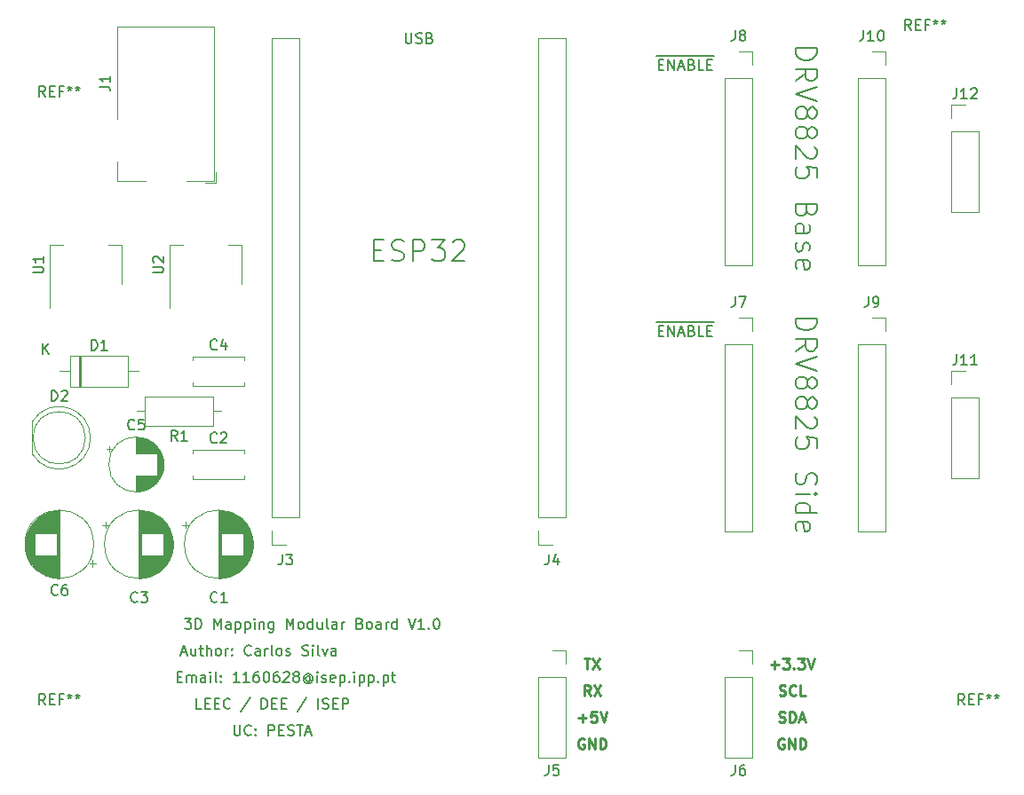
<source format=gbr>
G04 #@! TF.GenerationSoftware,KiCad,Pcbnew,5.1.6-c6e7f7d~86~ubuntu18.04.1*
G04 #@! TF.CreationDate,2020-06-15T20:43:44+01:00*
G04 #@! TF.ProjectId,placa_modular,706c6163-615f-46d6-9f64-756c61722e6b,V1.0*
G04 #@! TF.SameCoordinates,Original*
G04 #@! TF.FileFunction,Legend,Top*
G04 #@! TF.FilePolarity,Positive*
%FSLAX46Y46*%
G04 Gerber Fmt 4.6, Leading zero omitted, Abs format (unit mm)*
G04 Created by KiCad (PCBNEW 5.1.6-c6e7f7d~86~ubuntu18.04.1) date 2020-06-15 20:43:44*
%MOMM*%
%LPD*%
G01*
G04 APERTURE LIST*
%ADD10C,0.150000*%
%ADD11C,0.250000*%
%ADD12C,0.120000*%
G04 APERTURE END LIST*
D10*
X144788095Y-50252380D02*
X144788095Y-51061904D01*
X144835714Y-51157142D01*
X144883333Y-51204761D01*
X144978571Y-51252380D01*
X145169047Y-51252380D01*
X145264285Y-51204761D01*
X145311904Y-51157142D01*
X145359523Y-51061904D01*
X145359523Y-50252380D01*
X145788095Y-51204761D02*
X145930952Y-51252380D01*
X146169047Y-51252380D01*
X146264285Y-51204761D01*
X146311904Y-51157142D01*
X146359523Y-51061904D01*
X146359523Y-50966666D01*
X146311904Y-50871428D01*
X146264285Y-50823809D01*
X146169047Y-50776190D01*
X145978571Y-50728571D01*
X145883333Y-50680952D01*
X145835714Y-50633333D01*
X145788095Y-50538095D01*
X145788095Y-50442857D01*
X145835714Y-50347619D01*
X145883333Y-50300000D01*
X145978571Y-50252380D01*
X146216666Y-50252380D01*
X146359523Y-50300000D01*
X147121428Y-50728571D02*
X147264285Y-50776190D01*
X147311904Y-50823809D01*
X147359523Y-50919047D01*
X147359523Y-51061904D01*
X147311904Y-51157142D01*
X147264285Y-51204761D01*
X147169047Y-51252380D01*
X146788095Y-51252380D01*
X146788095Y-50252380D01*
X147121428Y-50252380D01*
X147216666Y-50300000D01*
X147264285Y-50347619D01*
X147311904Y-50442857D01*
X147311904Y-50538095D01*
X147264285Y-50633333D01*
X147216666Y-50680952D01*
X147121428Y-50728571D01*
X146788095Y-50728571D01*
X168688095Y-77825000D02*
X169592857Y-77825000D01*
X168926190Y-78668571D02*
X169259523Y-78668571D01*
X169402380Y-79192380D02*
X168926190Y-79192380D01*
X168926190Y-78192380D01*
X169402380Y-78192380D01*
X169592857Y-77825000D02*
X170640476Y-77825000D01*
X169830952Y-79192380D02*
X169830952Y-78192380D01*
X170402380Y-79192380D01*
X170402380Y-78192380D01*
X170640476Y-77825000D02*
X171497619Y-77825000D01*
X170830952Y-78906666D02*
X171307142Y-78906666D01*
X170735714Y-79192380D02*
X171069047Y-78192380D01*
X171402380Y-79192380D01*
X171497619Y-77825000D02*
X172497619Y-77825000D01*
X172069047Y-78668571D02*
X172211904Y-78716190D01*
X172259523Y-78763809D01*
X172307142Y-78859047D01*
X172307142Y-79001904D01*
X172259523Y-79097142D01*
X172211904Y-79144761D01*
X172116666Y-79192380D01*
X171735714Y-79192380D01*
X171735714Y-78192380D01*
X172069047Y-78192380D01*
X172164285Y-78240000D01*
X172211904Y-78287619D01*
X172259523Y-78382857D01*
X172259523Y-78478095D01*
X172211904Y-78573333D01*
X172164285Y-78620952D01*
X172069047Y-78668571D01*
X171735714Y-78668571D01*
X172497619Y-77825000D02*
X173307142Y-77825000D01*
X173211904Y-79192380D02*
X172735714Y-79192380D01*
X172735714Y-78192380D01*
X173307142Y-77825000D02*
X174211904Y-77825000D01*
X173545238Y-78668571D02*
X173878571Y-78668571D01*
X174021428Y-79192380D02*
X173545238Y-79192380D01*
X173545238Y-78192380D01*
X174021428Y-78192380D01*
X168688095Y-52425000D02*
X169592857Y-52425000D01*
X168926190Y-53268571D02*
X169259523Y-53268571D01*
X169402380Y-53792380D02*
X168926190Y-53792380D01*
X168926190Y-52792380D01*
X169402380Y-52792380D01*
X169592857Y-52425000D02*
X170640476Y-52425000D01*
X169830952Y-53792380D02*
X169830952Y-52792380D01*
X170402380Y-53792380D01*
X170402380Y-52792380D01*
X170640476Y-52425000D02*
X171497619Y-52425000D01*
X170830952Y-53506666D02*
X171307142Y-53506666D01*
X170735714Y-53792380D02*
X171069047Y-52792380D01*
X171402380Y-53792380D01*
X171497619Y-52425000D02*
X172497619Y-52425000D01*
X172069047Y-53268571D02*
X172211904Y-53316190D01*
X172259523Y-53363809D01*
X172307142Y-53459047D01*
X172307142Y-53601904D01*
X172259523Y-53697142D01*
X172211904Y-53744761D01*
X172116666Y-53792380D01*
X171735714Y-53792380D01*
X171735714Y-52792380D01*
X172069047Y-52792380D01*
X172164285Y-52840000D01*
X172211904Y-52887619D01*
X172259523Y-52982857D01*
X172259523Y-53078095D01*
X172211904Y-53173333D01*
X172164285Y-53220952D01*
X172069047Y-53268571D01*
X171735714Y-53268571D01*
X172497619Y-52425000D02*
X173307142Y-52425000D01*
X173211904Y-53792380D02*
X172735714Y-53792380D01*
X172735714Y-52792380D01*
X173307142Y-52425000D02*
X174211904Y-52425000D01*
X173545238Y-53268571D02*
X173878571Y-53268571D01*
X174021428Y-53792380D02*
X173545238Y-53792380D01*
X173545238Y-52792380D01*
X174021428Y-52792380D01*
D11*
X180395714Y-115974761D02*
X180538571Y-116022380D01*
X180776666Y-116022380D01*
X180871904Y-115974761D01*
X180919523Y-115927142D01*
X180967142Y-115831904D01*
X180967142Y-115736666D01*
X180919523Y-115641428D01*
X180871904Y-115593809D01*
X180776666Y-115546190D01*
X180586190Y-115498571D01*
X180490952Y-115450952D01*
X180443333Y-115403333D01*
X180395714Y-115308095D01*
X180395714Y-115212857D01*
X180443333Y-115117619D01*
X180490952Y-115070000D01*
X180586190Y-115022380D01*
X180824285Y-115022380D01*
X180967142Y-115070000D01*
X181395714Y-116022380D02*
X181395714Y-115022380D01*
X181633809Y-115022380D01*
X181776666Y-115070000D01*
X181871904Y-115165238D01*
X181919523Y-115260476D01*
X181967142Y-115450952D01*
X181967142Y-115593809D01*
X181919523Y-115784285D01*
X181871904Y-115879523D01*
X181776666Y-115974761D01*
X181633809Y-116022380D01*
X181395714Y-116022380D01*
X182348095Y-115736666D02*
X182824285Y-115736666D01*
X182252857Y-116022380D02*
X182586190Y-115022380D01*
X182919523Y-116022380D01*
X180419523Y-113434761D02*
X180562380Y-113482380D01*
X180800476Y-113482380D01*
X180895714Y-113434761D01*
X180943333Y-113387142D01*
X180990952Y-113291904D01*
X180990952Y-113196666D01*
X180943333Y-113101428D01*
X180895714Y-113053809D01*
X180800476Y-113006190D01*
X180610000Y-112958571D01*
X180514761Y-112910952D01*
X180467142Y-112863333D01*
X180419523Y-112768095D01*
X180419523Y-112672857D01*
X180467142Y-112577619D01*
X180514761Y-112530000D01*
X180610000Y-112482380D01*
X180848095Y-112482380D01*
X180990952Y-112530000D01*
X181990952Y-113387142D02*
X181943333Y-113434761D01*
X181800476Y-113482380D01*
X181705238Y-113482380D01*
X181562380Y-113434761D01*
X181467142Y-113339523D01*
X181419523Y-113244285D01*
X181371904Y-113053809D01*
X181371904Y-112910952D01*
X181419523Y-112720476D01*
X181467142Y-112625238D01*
X181562380Y-112530000D01*
X181705238Y-112482380D01*
X181800476Y-112482380D01*
X181943333Y-112530000D01*
X181990952Y-112577619D01*
X182895714Y-113482380D02*
X182419523Y-113482380D01*
X182419523Y-112482380D01*
X180848095Y-117610000D02*
X180752857Y-117562380D01*
X180610000Y-117562380D01*
X180467142Y-117610000D01*
X180371904Y-117705238D01*
X180324285Y-117800476D01*
X180276666Y-117990952D01*
X180276666Y-118133809D01*
X180324285Y-118324285D01*
X180371904Y-118419523D01*
X180467142Y-118514761D01*
X180610000Y-118562380D01*
X180705238Y-118562380D01*
X180848095Y-118514761D01*
X180895714Y-118467142D01*
X180895714Y-118133809D01*
X180705238Y-118133809D01*
X181324285Y-118562380D02*
X181324285Y-117562380D01*
X181895714Y-118562380D01*
X181895714Y-117562380D01*
X182371904Y-118562380D02*
X182371904Y-117562380D01*
X182610000Y-117562380D01*
X182752857Y-117610000D01*
X182848095Y-117705238D01*
X182895714Y-117800476D01*
X182943333Y-117990952D01*
X182943333Y-118133809D01*
X182895714Y-118324285D01*
X182848095Y-118419523D01*
X182752857Y-118514761D01*
X182610000Y-118562380D01*
X182371904Y-118562380D01*
X179610000Y-110561428D02*
X180371904Y-110561428D01*
X179990952Y-110942380D02*
X179990952Y-110180476D01*
X180752857Y-109942380D02*
X181371904Y-109942380D01*
X181038571Y-110323333D01*
X181181428Y-110323333D01*
X181276666Y-110370952D01*
X181324285Y-110418571D01*
X181371904Y-110513809D01*
X181371904Y-110751904D01*
X181324285Y-110847142D01*
X181276666Y-110894761D01*
X181181428Y-110942380D01*
X180895714Y-110942380D01*
X180800476Y-110894761D01*
X180752857Y-110847142D01*
X181800476Y-110847142D02*
X181848095Y-110894761D01*
X181800476Y-110942380D01*
X181752857Y-110894761D01*
X181800476Y-110847142D01*
X181800476Y-110942380D01*
X182181428Y-109942380D02*
X182800476Y-109942380D01*
X182467142Y-110323333D01*
X182610000Y-110323333D01*
X182705238Y-110370952D01*
X182752857Y-110418571D01*
X182800476Y-110513809D01*
X182800476Y-110751904D01*
X182752857Y-110847142D01*
X182705238Y-110894761D01*
X182610000Y-110942380D01*
X182324285Y-110942380D01*
X182229047Y-110894761D01*
X182181428Y-110847142D01*
X183086190Y-109942380D02*
X183419523Y-110942380D01*
X183752857Y-109942380D01*
X162393333Y-113482380D02*
X162060000Y-113006190D01*
X161821904Y-113482380D02*
X161821904Y-112482380D01*
X162202857Y-112482380D01*
X162298095Y-112530000D01*
X162345714Y-112577619D01*
X162393333Y-112672857D01*
X162393333Y-112815714D01*
X162345714Y-112910952D01*
X162298095Y-112958571D01*
X162202857Y-113006190D01*
X161821904Y-113006190D01*
X162726666Y-112482380D02*
X163393333Y-113482380D01*
X163393333Y-112482380D02*
X162726666Y-113482380D01*
X161798095Y-109942380D02*
X162369523Y-109942380D01*
X162083809Y-110942380D02*
X162083809Y-109942380D01*
X162607619Y-109942380D02*
X163274285Y-110942380D01*
X163274285Y-109942380D02*
X162607619Y-110942380D01*
X161798095Y-117610000D02*
X161702857Y-117562380D01*
X161560000Y-117562380D01*
X161417142Y-117610000D01*
X161321904Y-117705238D01*
X161274285Y-117800476D01*
X161226666Y-117990952D01*
X161226666Y-118133809D01*
X161274285Y-118324285D01*
X161321904Y-118419523D01*
X161417142Y-118514761D01*
X161560000Y-118562380D01*
X161655238Y-118562380D01*
X161798095Y-118514761D01*
X161845714Y-118467142D01*
X161845714Y-118133809D01*
X161655238Y-118133809D01*
X162274285Y-118562380D02*
X162274285Y-117562380D01*
X162845714Y-118562380D01*
X162845714Y-117562380D01*
X163321904Y-118562380D02*
X163321904Y-117562380D01*
X163560000Y-117562380D01*
X163702857Y-117610000D01*
X163798095Y-117705238D01*
X163845714Y-117800476D01*
X163893333Y-117990952D01*
X163893333Y-118133809D01*
X163845714Y-118324285D01*
X163798095Y-118419523D01*
X163702857Y-118514761D01*
X163560000Y-118562380D01*
X163321904Y-118562380D01*
X161274285Y-115641428D02*
X162036190Y-115641428D01*
X161655238Y-116022380D02*
X161655238Y-115260476D01*
X162988571Y-115022380D02*
X162512380Y-115022380D01*
X162464761Y-115498571D01*
X162512380Y-115450952D01*
X162607619Y-115403333D01*
X162845714Y-115403333D01*
X162940952Y-115450952D01*
X162988571Y-115498571D01*
X163036190Y-115593809D01*
X163036190Y-115831904D01*
X162988571Y-115927142D01*
X162940952Y-115974761D01*
X162845714Y-116022380D01*
X162607619Y-116022380D01*
X162512380Y-115974761D01*
X162464761Y-115927142D01*
X163321904Y-115022380D02*
X163655238Y-116022380D01*
X163988571Y-115022380D01*
D10*
X181975238Y-77487142D02*
X183975238Y-77487142D01*
X183975238Y-77963333D01*
X183880000Y-78249047D01*
X183689523Y-78439523D01*
X183499047Y-78534761D01*
X183118095Y-78630000D01*
X182832380Y-78630000D01*
X182451428Y-78534761D01*
X182260952Y-78439523D01*
X182070476Y-78249047D01*
X181975238Y-77963333D01*
X181975238Y-77487142D01*
X181975238Y-80630000D02*
X182927619Y-79963333D01*
X181975238Y-79487142D02*
X183975238Y-79487142D01*
X183975238Y-80249047D01*
X183880000Y-80439523D01*
X183784761Y-80534761D01*
X183594285Y-80630000D01*
X183308571Y-80630000D01*
X183118095Y-80534761D01*
X183022857Y-80439523D01*
X182927619Y-80249047D01*
X182927619Y-79487142D01*
X183975238Y-81201428D02*
X181975238Y-81868095D01*
X183975238Y-82534761D01*
X183118095Y-83487142D02*
X183213333Y-83296666D01*
X183308571Y-83201428D01*
X183499047Y-83106190D01*
X183594285Y-83106190D01*
X183784761Y-83201428D01*
X183880000Y-83296666D01*
X183975238Y-83487142D01*
X183975238Y-83868095D01*
X183880000Y-84058571D01*
X183784761Y-84153809D01*
X183594285Y-84249047D01*
X183499047Y-84249047D01*
X183308571Y-84153809D01*
X183213333Y-84058571D01*
X183118095Y-83868095D01*
X183118095Y-83487142D01*
X183022857Y-83296666D01*
X182927619Y-83201428D01*
X182737142Y-83106190D01*
X182356190Y-83106190D01*
X182165714Y-83201428D01*
X182070476Y-83296666D01*
X181975238Y-83487142D01*
X181975238Y-83868095D01*
X182070476Y-84058571D01*
X182165714Y-84153809D01*
X182356190Y-84249047D01*
X182737142Y-84249047D01*
X182927619Y-84153809D01*
X183022857Y-84058571D01*
X183118095Y-83868095D01*
X183118095Y-85391904D02*
X183213333Y-85201428D01*
X183308571Y-85106190D01*
X183499047Y-85010952D01*
X183594285Y-85010952D01*
X183784761Y-85106190D01*
X183880000Y-85201428D01*
X183975238Y-85391904D01*
X183975238Y-85772857D01*
X183880000Y-85963333D01*
X183784761Y-86058571D01*
X183594285Y-86153809D01*
X183499047Y-86153809D01*
X183308571Y-86058571D01*
X183213333Y-85963333D01*
X183118095Y-85772857D01*
X183118095Y-85391904D01*
X183022857Y-85201428D01*
X182927619Y-85106190D01*
X182737142Y-85010952D01*
X182356190Y-85010952D01*
X182165714Y-85106190D01*
X182070476Y-85201428D01*
X181975238Y-85391904D01*
X181975238Y-85772857D01*
X182070476Y-85963333D01*
X182165714Y-86058571D01*
X182356190Y-86153809D01*
X182737142Y-86153809D01*
X182927619Y-86058571D01*
X183022857Y-85963333D01*
X183118095Y-85772857D01*
X183784761Y-86915714D02*
X183880000Y-87010952D01*
X183975238Y-87201428D01*
X183975238Y-87677619D01*
X183880000Y-87868095D01*
X183784761Y-87963333D01*
X183594285Y-88058571D01*
X183403809Y-88058571D01*
X183118095Y-87963333D01*
X181975238Y-86820476D01*
X181975238Y-88058571D01*
X183975238Y-89868095D02*
X183975238Y-88915714D01*
X183022857Y-88820476D01*
X183118095Y-88915714D01*
X183213333Y-89106190D01*
X183213333Y-89582380D01*
X183118095Y-89772857D01*
X183022857Y-89868095D01*
X182832380Y-89963333D01*
X182356190Y-89963333D01*
X182165714Y-89868095D01*
X182070476Y-89772857D01*
X181975238Y-89582380D01*
X181975238Y-89106190D01*
X182070476Y-88915714D01*
X182165714Y-88820476D01*
X182070476Y-92249047D02*
X181975238Y-92534761D01*
X181975238Y-93010952D01*
X182070476Y-93201428D01*
X182165714Y-93296666D01*
X182356190Y-93391904D01*
X182546666Y-93391904D01*
X182737142Y-93296666D01*
X182832380Y-93201428D01*
X182927619Y-93010952D01*
X183022857Y-92630000D01*
X183118095Y-92439523D01*
X183213333Y-92344285D01*
X183403809Y-92249047D01*
X183594285Y-92249047D01*
X183784761Y-92344285D01*
X183880000Y-92439523D01*
X183975238Y-92630000D01*
X183975238Y-93106190D01*
X183880000Y-93391904D01*
X181975238Y-94249047D02*
X183308571Y-94249047D01*
X183975238Y-94249047D02*
X183880000Y-94153809D01*
X183784761Y-94249047D01*
X183880000Y-94344285D01*
X183975238Y-94249047D01*
X183784761Y-94249047D01*
X181975238Y-96058571D02*
X183975238Y-96058571D01*
X182070476Y-96058571D02*
X181975238Y-95868095D01*
X181975238Y-95487142D01*
X182070476Y-95296666D01*
X182165714Y-95201428D01*
X182356190Y-95106190D01*
X182927619Y-95106190D01*
X183118095Y-95201428D01*
X183213333Y-95296666D01*
X183308571Y-95487142D01*
X183308571Y-95868095D01*
X183213333Y-96058571D01*
X182070476Y-97772857D02*
X181975238Y-97582380D01*
X181975238Y-97201428D01*
X182070476Y-97010952D01*
X182260952Y-96915714D01*
X183022857Y-96915714D01*
X183213333Y-97010952D01*
X183308571Y-97201428D01*
X183308571Y-97582380D01*
X183213333Y-97772857D01*
X183022857Y-97868095D01*
X182832380Y-97868095D01*
X182641904Y-96915714D01*
X181975238Y-51706190D02*
X183975238Y-51706190D01*
X183975238Y-52182380D01*
X183880000Y-52468095D01*
X183689523Y-52658571D01*
X183499047Y-52753809D01*
X183118095Y-52849047D01*
X182832380Y-52849047D01*
X182451428Y-52753809D01*
X182260952Y-52658571D01*
X182070476Y-52468095D01*
X181975238Y-52182380D01*
X181975238Y-51706190D01*
X181975238Y-54849047D02*
X182927619Y-54182380D01*
X181975238Y-53706190D02*
X183975238Y-53706190D01*
X183975238Y-54468095D01*
X183880000Y-54658571D01*
X183784761Y-54753809D01*
X183594285Y-54849047D01*
X183308571Y-54849047D01*
X183118095Y-54753809D01*
X183022857Y-54658571D01*
X182927619Y-54468095D01*
X182927619Y-53706190D01*
X183975238Y-55420476D02*
X181975238Y-56087142D01*
X183975238Y-56753809D01*
X183118095Y-57706190D02*
X183213333Y-57515714D01*
X183308571Y-57420476D01*
X183499047Y-57325238D01*
X183594285Y-57325238D01*
X183784761Y-57420476D01*
X183880000Y-57515714D01*
X183975238Y-57706190D01*
X183975238Y-58087142D01*
X183880000Y-58277619D01*
X183784761Y-58372857D01*
X183594285Y-58468095D01*
X183499047Y-58468095D01*
X183308571Y-58372857D01*
X183213333Y-58277619D01*
X183118095Y-58087142D01*
X183118095Y-57706190D01*
X183022857Y-57515714D01*
X182927619Y-57420476D01*
X182737142Y-57325238D01*
X182356190Y-57325238D01*
X182165714Y-57420476D01*
X182070476Y-57515714D01*
X181975238Y-57706190D01*
X181975238Y-58087142D01*
X182070476Y-58277619D01*
X182165714Y-58372857D01*
X182356190Y-58468095D01*
X182737142Y-58468095D01*
X182927619Y-58372857D01*
X183022857Y-58277619D01*
X183118095Y-58087142D01*
X183118095Y-59610952D02*
X183213333Y-59420476D01*
X183308571Y-59325238D01*
X183499047Y-59230000D01*
X183594285Y-59230000D01*
X183784761Y-59325238D01*
X183880000Y-59420476D01*
X183975238Y-59610952D01*
X183975238Y-59991904D01*
X183880000Y-60182380D01*
X183784761Y-60277619D01*
X183594285Y-60372857D01*
X183499047Y-60372857D01*
X183308571Y-60277619D01*
X183213333Y-60182380D01*
X183118095Y-59991904D01*
X183118095Y-59610952D01*
X183022857Y-59420476D01*
X182927619Y-59325238D01*
X182737142Y-59230000D01*
X182356190Y-59230000D01*
X182165714Y-59325238D01*
X182070476Y-59420476D01*
X181975238Y-59610952D01*
X181975238Y-59991904D01*
X182070476Y-60182380D01*
X182165714Y-60277619D01*
X182356190Y-60372857D01*
X182737142Y-60372857D01*
X182927619Y-60277619D01*
X183022857Y-60182380D01*
X183118095Y-59991904D01*
X183784761Y-61134761D02*
X183880000Y-61230000D01*
X183975238Y-61420476D01*
X183975238Y-61896666D01*
X183880000Y-62087142D01*
X183784761Y-62182380D01*
X183594285Y-62277619D01*
X183403809Y-62277619D01*
X183118095Y-62182380D01*
X181975238Y-61039523D01*
X181975238Y-62277619D01*
X183975238Y-64087142D02*
X183975238Y-63134761D01*
X183022857Y-63039523D01*
X183118095Y-63134761D01*
X183213333Y-63325238D01*
X183213333Y-63801428D01*
X183118095Y-63991904D01*
X183022857Y-64087142D01*
X182832380Y-64182380D01*
X182356190Y-64182380D01*
X182165714Y-64087142D01*
X182070476Y-63991904D01*
X181975238Y-63801428D01*
X181975238Y-63325238D01*
X182070476Y-63134761D01*
X182165714Y-63039523D01*
X183022857Y-67230000D02*
X182927619Y-67515714D01*
X182832380Y-67610952D01*
X182641904Y-67706190D01*
X182356190Y-67706190D01*
X182165714Y-67610952D01*
X182070476Y-67515714D01*
X181975238Y-67325238D01*
X181975238Y-66563333D01*
X183975238Y-66563333D01*
X183975238Y-67230000D01*
X183880000Y-67420476D01*
X183784761Y-67515714D01*
X183594285Y-67610952D01*
X183403809Y-67610952D01*
X183213333Y-67515714D01*
X183118095Y-67420476D01*
X183022857Y-67230000D01*
X183022857Y-66563333D01*
X181975238Y-69420476D02*
X183022857Y-69420476D01*
X183213333Y-69325238D01*
X183308571Y-69134761D01*
X183308571Y-68753809D01*
X183213333Y-68563333D01*
X182070476Y-69420476D02*
X181975238Y-69230000D01*
X181975238Y-68753809D01*
X182070476Y-68563333D01*
X182260952Y-68468095D01*
X182451428Y-68468095D01*
X182641904Y-68563333D01*
X182737142Y-68753809D01*
X182737142Y-69230000D01*
X182832380Y-69420476D01*
X182070476Y-70277619D02*
X181975238Y-70468095D01*
X181975238Y-70849047D01*
X182070476Y-71039523D01*
X182260952Y-71134761D01*
X182356190Y-71134761D01*
X182546666Y-71039523D01*
X182641904Y-70849047D01*
X182641904Y-70563333D01*
X182737142Y-70372857D01*
X182927619Y-70277619D01*
X183022857Y-70277619D01*
X183213333Y-70372857D01*
X183308571Y-70563333D01*
X183308571Y-70849047D01*
X183213333Y-71039523D01*
X182070476Y-72753809D02*
X181975238Y-72563333D01*
X181975238Y-72182380D01*
X182070476Y-71991904D01*
X182260952Y-71896666D01*
X183022857Y-71896666D01*
X183213333Y-71991904D01*
X183308571Y-72182380D01*
X183308571Y-72563333D01*
X183213333Y-72753809D01*
X183022857Y-72849047D01*
X182832380Y-72849047D01*
X182641904Y-71896666D01*
X141764285Y-70977142D02*
X142430952Y-70977142D01*
X142716666Y-72024761D02*
X141764285Y-72024761D01*
X141764285Y-70024761D01*
X142716666Y-70024761D01*
X143478571Y-71929523D02*
X143764285Y-72024761D01*
X144240476Y-72024761D01*
X144430952Y-71929523D01*
X144526190Y-71834285D01*
X144621428Y-71643809D01*
X144621428Y-71453333D01*
X144526190Y-71262857D01*
X144430952Y-71167619D01*
X144240476Y-71072380D01*
X143859523Y-70977142D01*
X143669047Y-70881904D01*
X143573809Y-70786666D01*
X143478571Y-70596190D01*
X143478571Y-70405714D01*
X143573809Y-70215238D01*
X143669047Y-70120000D01*
X143859523Y-70024761D01*
X144335714Y-70024761D01*
X144621428Y-70120000D01*
X145478571Y-72024761D02*
X145478571Y-70024761D01*
X146240476Y-70024761D01*
X146430952Y-70120000D01*
X146526190Y-70215238D01*
X146621428Y-70405714D01*
X146621428Y-70691428D01*
X146526190Y-70881904D01*
X146430952Y-70977142D01*
X146240476Y-71072380D01*
X145478571Y-71072380D01*
X147288095Y-70024761D02*
X148526190Y-70024761D01*
X147859523Y-70786666D01*
X148145238Y-70786666D01*
X148335714Y-70881904D01*
X148430952Y-70977142D01*
X148526190Y-71167619D01*
X148526190Y-71643809D01*
X148430952Y-71834285D01*
X148335714Y-71929523D01*
X148145238Y-72024761D01*
X147573809Y-72024761D01*
X147383333Y-71929523D01*
X147288095Y-71834285D01*
X149288095Y-70215238D02*
X149383333Y-70120000D01*
X149573809Y-70024761D01*
X150050000Y-70024761D01*
X150240476Y-70120000D01*
X150335714Y-70215238D01*
X150430952Y-70405714D01*
X150430952Y-70596190D01*
X150335714Y-70881904D01*
X149192857Y-72024761D01*
X150430952Y-72024761D01*
X128437142Y-116292380D02*
X128437142Y-117101904D01*
X128484761Y-117197142D01*
X128532380Y-117244761D01*
X128627619Y-117292380D01*
X128818095Y-117292380D01*
X128913333Y-117244761D01*
X128960952Y-117197142D01*
X129008571Y-117101904D01*
X129008571Y-116292380D01*
X130056190Y-117197142D02*
X130008571Y-117244761D01*
X129865714Y-117292380D01*
X129770476Y-117292380D01*
X129627619Y-117244761D01*
X129532380Y-117149523D01*
X129484761Y-117054285D01*
X129437142Y-116863809D01*
X129437142Y-116720952D01*
X129484761Y-116530476D01*
X129532380Y-116435238D01*
X129627619Y-116340000D01*
X129770476Y-116292380D01*
X129865714Y-116292380D01*
X130008571Y-116340000D01*
X130056190Y-116387619D01*
X130484761Y-117197142D02*
X130532380Y-117244761D01*
X130484761Y-117292380D01*
X130437142Y-117244761D01*
X130484761Y-117197142D01*
X130484761Y-117292380D01*
X130484761Y-116673333D02*
X130532380Y-116720952D01*
X130484761Y-116768571D01*
X130437142Y-116720952D01*
X130484761Y-116673333D01*
X130484761Y-116768571D01*
X131722857Y-117292380D02*
X131722857Y-116292380D01*
X132103809Y-116292380D01*
X132199047Y-116340000D01*
X132246666Y-116387619D01*
X132294285Y-116482857D01*
X132294285Y-116625714D01*
X132246666Y-116720952D01*
X132199047Y-116768571D01*
X132103809Y-116816190D01*
X131722857Y-116816190D01*
X132722857Y-116768571D02*
X133056190Y-116768571D01*
X133199047Y-117292380D02*
X132722857Y-117292380D01*
X132722857Y-116292380D01*
X133199047Y-116292380D01*
X133580000Y-117244761D02*
X133722857Y-117292380D01*
X133960952Y-117292380D01*
X134056190Y-117244761D01*
X134103809Y-117197142D01*
X134151428Y-117101904D01*
X134151428Y-117006666D01*
X134103809Y-116911428D01*
X134056190Y-116863809D01*
X133960952Y-116816190D01*
X133770476Y-116768571D01*
X133675238Y-116720952D01*
X133627619Y-116673333D01*
X133580000Y-116578095D01*
X133580000Y-116482857D01*
X133627619Y-116387619D01*
X133675238Y-116340000D01*
X133770476Y-116292380D01*
X134008571Y-116292380D01*
X134151428Y-116340000D01*
X134437142Y-116292380D02*
X135008571Y-116292380D01*
X134722857Y-117292380D02*
X134722857Y-116292380D01*
X135294285Y-117006666D02*
X135770476Y-117006666D01*
X135199047Y-117292380D02*
X135532380Y-116292380D01*
X135865714Y-117292380D01*
X125341904Y-114752380D02*
X124865714Y-114752380D01*
X124865714Y-113752380D01*
X125675238Y-114228571D02*
X126008571Y-114228571D01*
X126151428Y-114752380D02*
X125675238Y-114752380D01*
X125675238Y-113752380D01*
X126151428Y-113752380D01*
X126580000Y-114228571D02*
X126913333Y-114228571D01*
X127056190Y-114752380D02*
X126580000Y-114752380D01*
X126580000Y-113752380D01*
X127056190Y-113752380D01*
X128056190Y-114657142D02*
X128008571Y-114704761D01*
X127865714Y-114752380D01*
X127770476Y-114752380D01*
X127627619Y-114704761D01*
X127532380Y-114609523D01*
X127484761Y-114514285D01*
X127437142Y-114323809D01*
X127437142Y-114180952D01*
X127484761Y-113990476D01*
X127532380Y-113895238D01*
X127627619Y-113800000D01*
X127770476Y-113752380D01*
X127865714Y-113752380D01*
X128008571Y-113800000D01*
X128056190Y-113847619D01*
X129960952Y-113704761D02*
X129103809Y-114990476D01*
X131056190Y-114752380D02*
X131056190Y-113752380D01*
X131294285Y-113752380D01*
X131437142Y-113800000D01*
X131532380Y-113895238D01*
X131580000Y-113990476D01*
X131627619Y-114180952D01*
X131627619Y-114323809D01*
X131580000Y-114514285D01*
X131532380Y-114609523D01*
X131437142Y-114704761D01*
X131294285Y-114752380D01*
X131056190Y-114752380D01*
X132056190Y-114228571D02*
X132389523Y-114228571D01*
X132532380Y-114752380D02*
X132056190Y-114752380D01*
X132056190Y-113752380D01*
X132532380Y-113752380D01*
X132960952Y-114228571D02*
X133294285Y-114228571D01*
X133437142Y-114752380D02*
X132960952Y-114752380D01*
X132960952Y-113752380D01*
X133437142Y-113752380D01*
X135341904Y-113704761D02*
X134484761Y-114990476D01*
X136437142Y-114752380D02*
X136437142Y-113752380D01*
X136865714Y-114704761D02*
X137008571Y-114752380D01*
X137246666Y-114752380D01*
X137341904Y-114704761D01*
X137389523Y-114657142D01*
X137437142Y-114561904D01*
X137437142Y-114466666D01*
X137389523Y-114371428D01*
X137341904Y-114323809D01*
X137246666Y-114276190D01*
X137056190Y-114228571D01*
X136960952Y-114180952D01*
X136913333Y-114133333D01*
X136865714Y-114038095D01*
X136865714Y-113942857D01*
X136913333Y-113847619D01*
X136960952Y-113800000D01*
X137056190Y-113752380D01*
X137294285Y-113752380D01*
X137437142Y-113800000D01*
X137865714Y-114228571D02*
X138199047Y-114228571D01*
X138341904Y-114752380D02*
X137865714Y-114752380D01*
X137865714Y-113752380D01*
X138341904Y-113752380D01*
X138770476Y-114752380D02*
X138770476Y-113752380D01*
X139151428Y-113752380D01*
X139246666Y-113800000D01*
X139294285Y-113847619D01*
X139341904Y-113942857D01*
X139341904Y-114085714D01*
X139294285Y-114180952D01*
X139246666Y-114228571D01*
X139151428Y-114276190D01*
X138770476Y-114276190D01*
X123040476Y-111688571D02*
X123373809Y-111688571D01*
X123516666Y-112212380D02*
X123040476Y-112212380D01*
X123040476Y-111212380D01*
X123516666Y-111212380D01*
X123945238Y-112212380D02*
X123945238Y-111545714D01*
X123945238Y-111640952D02*
X123992857Y-111593333D01*
X124088095Y-111545714D01*
X124230952Y-111545714D01*
X124326190Y-111593333D01*
X124373809Y-111688571D01*
X124373809Y-112212380D01*
X124373809Y-111688571D02*
X124421428Y-111593333D01*
X124516666Y-111545714D01*
X124659523Y-111545714D01*
X124754761Y-111593333D01*
X124802380Y-111688571D01*
X124802380Y-112212380D01*
X125707142Y-112212380D02*
X125707142Y-111688571D01*
X125659523Y-111593333D01*
X125564285Y-111545714D01*
X125373809Y-111545714D01*
X125278571Y-111593333D01*
X125707142Y-112164761D02*
X125611904Y-112212380D01*
X125373809Y-112212380D01*
X125278571Y-112164761D01*
X125230952Y-112069523D01*
X125230952Y-111974285D01*
X125278571Y-111879047D01*
X125373809Y-111831428D01*
X125611904Y-111831428D01*
X125707142Y-111783809D01*
X126183333Y-112212380D02*
X126183333Y-111545714D01*
X126183333Y-111212380D02*
X126135714Y-111260000D01*
X126183333Y-111307619D01*
X126230952Y-111260000D01*
X126183333Y-111212380D01*
X126183333Y-111307619D01*
X126802380Y-112212380D02*
X126707142Y-112164761D01*
X126659523Y-112069523D01*
X126659523Y-111212380D01*
X127183333Y-112117142D02*
X127230952Y-112164761D01*
X127183333Y-112212380D01*
X127135714Y-112164761D01*
X127183333Y-112117142D01*
X127183333Y-112212380D01*
X127183333Y-111593333D02*
X127230952Y-111640952D01*
X127183333Y-111688571D01*
X127135714Y-111640952D01*
X127183333Y-111593333D01*
X127183333Y-111688571D01*
X128945238Y-112212380D02*
X128373809Y-112212380D01*
X128659523Y-112212380D02*
X128659523Y-111212380D01*
X128564285Y-111355238D01*
X128469047Y-111450476D01*
X128373809Y-111498095D01*
X129897619Y-112212380D02*
X129326190Y-112212380D01*
X129611904Y-112212380D02*
X129611904Y-111212380D01*
X129516666Y-111355238D01*
X129421428Y-111450476D01*
X129326190Y-111498095D01*
X130754761Y-111212380D02*
X130564285Y-111212380D01*
X130469047Y-111260000D01*
X130421428Y-111307619D01*
X130326190Y-111450476D01*
X130278571Y-111640952D01*
X130278571Y-112021904D01*
X130326190Y-112117142D01*
X130373809Y-112164761D01*
X130469047Y-112212380D01*
X130659523Y-112212380D01*
X130754761Y-112164761D01*
X130802380Y-112117142D01*
X130850000Y-112021904D01*
X130850000Y-111783809D01*
X130802380Y-111688571D01*
X130754761Y-111640952D01*
X130659523Y-111593333D01*
X130469047Y-111593333D01*
X130373809Y-111640952D01*
X130326190Y-111688571D01*
X130278571Y-111783809D01*
X131469047Y-111212380D02*
X131564285Y-111212380D01*
X131659523Y-111260000D01*
X131707142Y-111307619D01*
X131754761Y-111402857D01*
X131802380Y-111593333D01*
X131802380Y-111831428D01*
X131754761Y-112021904D01*
X131707142Y-112117142D01*
X131659523Y-112164761D01*
X131564285Y-112212380D01*
X131469047Y-112212380D01*
X131373809Y-112164761D01*
X131326190Y-112117142D01*
X131278571Y-112021904D01*
X131230952Y-111831428D01*
X131230952Y-111593333D01*
X131278571Y-111402857D01*
X131326190Y-111307619D01*
X131373809Y-111260000D01*
X131469047Y-111212380D01*
X132659523Y-111212380D02*
X132469047Y-111212380D01*
X132373809Y-111260000D01*
X132326190Y-111307619D01*
X132230952Y-111450476D01*
X132183333Y-111640952D01*
X132183333Y-112021904D01*
X132230952Y-112117142D01*
X132278571Y-112164761D01*
X132373809Y-112212380D01*
X132564285Y-112212380D01*
X132659523Y-112164761D01*
X132707142Y-112117142D01*
X132754761Y-112021904D01*
X132754761Y-111783809D01*
X132707142Y-111688571D01*
X132659523Y-111640952D01*
X132564285Y-111593333D01*
X132373809Y-111593333D01*
X132278571Y-111640952D01*
X132230952Y-111688571D01*
X132183333Y-111783809D01*
X133135714Y-111307619D02*
X133183333Y-111260000D01*
X133278571Y-111212380D01*
X133516666Y-111212380D01*
X133611904Y-111260000D01*
X133659523Y-111307619D01*
X133707142Y-111402857D01*
X133707142Y-111498095D01*
X133659523Y-111640952D01*
X133088095Y-112212380D01*
X133707142Y-112212380D01*
X134278571Y-111640952D02*
X134183333Y-111593333D01*
X134135714Y-111545714D01*
X134088095Y-111450476D01*
X134088095Y-111402857D01*
X134135714Y-111307619D01*
X134183333Y-111260000D01*
X134278571Y-111212380D01*
X134469047Y-111212380D01*
X134564285Y-111260000D01*
X134611904Y-111307619D01*
X134659523Y-111402857D01*
X134659523Y-111450476D01*
X134611904Y-111545714D01*
X134564285Y-111593333D01*
X134469047Y-111640952D01*
X134278571Y-111640952D01*
X134183333Y-111688571D01*
X134135714Y-111736190D01*
X134088095Y-111831428D01*
X134088095Y-112021904D01*
X134135714Y-112117142D01*
X134183333Y-112164761D01*
X134278571Y-112212380D01*
X134469047Y-112212380D01*
X134564285Y-112164761D01*
X134611904Y-112117142D01*
X134659523Y-112021904D01*
X134659523Y-111831428D01*
X134611904Y-111736190D01*
X134564285Y-111688571D01*
X134469047Y-111640952D01*
X135707142Y-111736190D02*
X135659523Y-111688571D01*
X135564285Y-111640952D01*
X135469047Y-111640952D01*
X135373809Y-111688571D01*
X135326190Y-111736190D01*
X135278571Y-111831428D01*
X135278571Y-111926666D01*
X135326190Y-112021904D01*
X135373809Y-112069523D01*
X135469047Y-112117142D01*
X135564285Y-112117142D01*
X135659523Y-112069523D01*
X135707142Y-112021904D01*
X135707142Y-111640952D02*
X135707142Y-112021904D01*
X135754761Y-112069523D01*
X135802380Y-112069523D01*
X135897619Y-112021904D01*
X135945238Y-111926666D01*
X135945238Y-111688571D01*
X135850000Y-111545714D01*
X135707142Y-111450476D01*
X135516666Y-111402857D01*
X135326190Y-111450476D01*
X135183333Y-111545714D01*
X135088095Y-111688571D01*
X135040476Y-111879047D01*
X135088095Y-112069523D01*
X135183333Y-112212380D01*
X135326190Y-112307619D01*
X135516666Y-112355238D01*
X135707142Y-112307619D01*
X135850000Y-112212380D01*
X136373809Y-112212380D02*
X136373809Y-111545714D01*
X136373809Y-111212380D02*
X136326190Y-111260000D01*
X136373809Y-111307619D01*
X136421428Y-111260000D01*
X136373809Y-111212380D01*
X136373809Y-111307619D01*
X136802380Y-112164761D02*
X136897619Y-112212380D01*
X137088095Y-112212380D01*
X137183333Y-112164761D01*
X137230952Y-112069523D01*
X137230952Y-112021904D01*
X137183333Y-111926666D01*
X137088095Y-111879047D01*
X136945238Y-111879047D01*
X136850000Y-111831428D01*
X136802380Y-111736190D01*
X136802380Y-111688571D01*
X136850000Y-111593333D01*
X136945238Y-111545714D01*
X137088095Y-111545714D01*
X137183333Y-111593333D01*
X138040476Y-112164761D02*
X137945238Y-112212380D01*
X137754761Y-112212380D01*
X137659523Y-112164761D01*
X137611904Y-112069523D01*
X137611904Y-111688571D01*
X137659523Y-111593333D01*
X137754761Y-111545714D01*
X137945238Y-111545714D01*
X138040476Y-111593333D01*
X138088095Y-111688571D01*
X138088095Y-111783809D01*
X137611904Y-111879047D01*
X138516666Y-111545714D02*
X138516666Y-112545714D01*
X138516666Y-111593333D02*
X138611904Y-111545714D01*
X138802380Y-111545714D01*
X138897619Y-111593333D01*
X138945238Y-111640952D01*
X138992857Y-111736190D01*
X138992857Y-112021904D01*
X138945238Y-112117142D01*
X138897619Y-112164761D01*
X138802380Y-112212380D01*
X138611904Y-112212380D01*
X138516666Y-112164761D01*
X139421428Y-112117142D02*
X139469047Y-112164761D01*
X139421428Y-112212380D01*
X139373809Y-112164761D01*
X139421428Y-112117142D01*
X139421428Y-112212380D01*
X139897619Y-112212380D02*
X139897619Y-111545714D01*
X139897619Y-111212380D02*
X139850000Y-111260000D01*
X139897619Y-111307619D01*
X139945238Y-111260000D01*
X139897619Y-111212380D01*
X139897619Y-111307619D01*
X140373809Y-111545714D02*
X140373809Y-112545714D01*
X140373809Y-111593333D02*
X140469047Y-111545714D01*
X140659523Y-111545714D01*
X140754761Y-111593333D01*
X140802380Y-111640952D01*
X140850000Y-111736190D01*
X140850000Y-112021904D01*
X140802380Y-112117142D01*
X140754761Y-112164761D01*
X140659523Y-112212380D01*
X140469047Y-112212380D01*
X140373809Y-112164761D01*
X141278571Y-111545714D02*
X141278571Y-112545714D01*
X141278571Y-111593333D02*
X141373809Y-111545714D01*
X141564285Y-111545714D01*
X141659523Y-111593333D01*
X141707142Y-111640952D01*
X141754761Y-111736190D01*
X141754761Y-112021904D01*
X141707142Y-112117142D01*
X141659523Y-112164761D01*
X141564285Y-112212380D01*
X141373809Y-112212380D01*
X141278571Y-112164761D01*
X142183333Y-112117142D02*
X142230952Y-112164761D01*
X142183333Y-112212380D01*
X142135714Y-112164761D01*
X142183333Y-112117142D01*
X142183333Y-112212380D01*
X142659523Y-111545714D02*
X142659523Y-112545714D01*
X142659523Y-111593333D02*
X142754761Y-111545714D01*
X142945238Y-111545714D01*
X143040476Y-111593333D01*
X143088095Y-111640952D01*
X143135714Y-111736190D01*
X143135714Y-112021904D01*
X143088095Y-112117142D01*
X143040476Y-112164761D01*
X142945238Y-112212380D01*
X142754761Y-112212380D01*
X142659523Y-112164761D01*
X143421428Y-111545714D02*
X143802380Y-111545714D01*
X143564285Y-111212380D02*
X143564285Y-112069523D01*
X143611904Y-112164761D01*
X143707142Y-112212380D01*
X143802380Y-112212380D01*
X123429047Y-109386666D02*
X123905238Y-109386666D01*
X123333809Y-109672380D02*
X123667142Y-108672380D01*
X124000476Y-109672380D01*
X124762380Y-109005714D02*
X124762380Y-109672380D01*
X124333809Y-109005714D02*
X124333809Y-109529523D01*
X124381428Y-109624761D01*
X124476666Y-109672380D01*
X124619523Y-109672380D01*
X124714761Y-109624761D01*
X124762380Y-109577142D01*
X125095714Y-109005714D02*
X125476666Y-109005714D01*
X125238571Y-108672380D02*
X125238571Y-109529523D01*
X125286190Y-109624761D01*
X125381428Y-109672380D01*
X125476666Y-109672380D01*
X125810000Y-109672380D02*
X125810000Y-108672380D01*
X126238571Y-109672380D02*
X126238571Y-109148571D01*
X126190952Y-109053333D01*
X126095714Y-109005714D01*
X125952857Y-109005714D01*
X125857619Y-109053333D01*
X125810000Y-109100952D01*
X126857619Y-109672380D02*
X126762380Y-109624761D01*
X126714761Y-109577142D01*
X126667142Y-109481904D01*
X126667142Y-109196190D01*
X126714761Y-109100952D01*
X126762380Y-109053333D01*
X126857619Y-109005714D01*
X127000476Y-109005714D01*
X127095714Y-109053333D01*
X127143333Y-109100952D01*
X127190952Y-109196190D01*
X127190952Y-109481904D01*
X127143333Y-109577142D01*
X127095714Y-109624761D01*
X127000476Y-109672380D01*
X126857619Y-109672380D01*
X127619523Y-109672380D02*
X127619523Y-109005714D01*
X127619523Y-109196190D02*
X127667142Y-109100952D01*
X127714761Y-109053333D01*
X127810000Y-109005714D01*
X127905238Y-109005714D01*
X128238571Y-109577142D02*
X128286190Y-109624761D01*
X128238571Y-109672380D01*
X128190952Y-109624761D01*
X128238571Y-109577142D01*
X128238571Y-109672380D01*
X128238571Y-109053333D02*
X128286190Y-109100952D01*
X128238571Y-109148571D01*
X128190952Y-109100952D01*
X128238571Y-109053333D01*
X128238571Y-109148571D01*
X130048095Y-109577142D02*
X130000476Y-109624761D01*
X129857619Y-109672380D01*
X129762380Y-109672380D01*
X129619523Y-109624761D01*
X129524285Y-109529523D01*
X129476666Y-109434285D01*
X129429047Y-109243809D01*
X129429047Y-109100952D01*
X129476666Y-108910476D01*
X129524285Y-108815238D01*
X129619523Y-108720000D01*
X129762380Y-108672380D01*
X129857619Y-108672380D01*
X130000476Y-108720000D01*
X130048095Y-108767619D01*
X130905238Y-109672380D02*
X130905238Y-109148571D01*
X130857619Y-109053333D01*
X130762380Y-109005714D01*
X130571904Y-109005714D01*
X130476666Y-109053333D01*
X130905238Y-109624761D02*
X130810000Y-109672380D01*
X130571904Y-109672380D01*
X130476666Y-109624761D01*
X130429047Y-109529523D01*
X130429047Y-109434285D01*
X130476666Y-109339047D01*
X130571904Y-109291428D01*
X130810000Y-109291428D01*
X130905238Y-109243809D01*
X131381428Y-109672380D02*
X131381428Y-109005714D01*
X131381428Y-109196190D02*
X131429047Y-109100952D01*
X131476666Y-109053333D01*
X131571904Y-109005714D01*
X131667142Y-109005714D01*
X132143333Y-109672380D02*
X132048095Y-109624761D01*
X132000476Y-109529523D01*
X132000476Y-108672380D01*
X132667142Y-109672380D02*
X132571904Y-109624761D01*
X132524285Y-109577142D01*
X132476666Y-109481904D01*
X132476666Y-109196190D01*
X132524285Y-109100952D01*
X132571904Y-109053333D01*
X132667142Y-109005714D01*
X132810000Y-109005714D01*
X132905238Y-109053333D01*
X132952857Y-109100952D01*
X133000476Y-109196190D01*
X133000476Y-109481904D01*
X132952857Y-109577142D01*
X132905238Y-109624761D01*
X132810000Y-109672380D01*
X132667142Y-109672380D01*
X133381428Y-109624761D02*
X133476666Y-109672380D01*
X133667142Y-109672380D01*
X133762380Y-109624761D01*
X133810000Y-109529523D01*
X133810000Y-109481904D01*
X133762380Y-109386666D01*
X133667142Y-109339047D01*
X133524285Y-109339047D01*
X133429047Y-109291428D01*
X133381428Y-109196190D01*
X133381428Y-109148571D01*
X133429047Y-109053333D01*
X133524285Y-109005714D01*
X133667142Y-109005714D01*
X133762380Y-109053333D01*
X134952857Y-109624761D02*
X135095714Y-109672380D01*
X135333809Y-109672380D01*
X135429047Y-109624761D01*
X135476666Y-109577142D01*
X135524285Y-109481904D01*
X135524285Y-109386666D01*
X135476666Y-109291428D01*
X135429047Y-109243809D01*
X135333809Y-109196190D01*
X135143333Y-109148571D01*
X135048095Y-109100952D01*
X135000476Y-109053333D01*
X134952857Y-108958095D01*
X134952857Y-108862857D01*
X135000476Y-108767619D01*
X135048095Y-108720000D01*
X135143333Y-108672380D01*
X135381428Y-108672380D01*
X135524285Y-108720000D01*
X135952857Y-109672380D02*
X135952857Y-109005714D01*
X135952857Y-108672380D02*
X135905238Y-108720000D01*
X135952857Y-108767619D01*
X136000476Y-108720000D01*
X135952857Y-108672380D01*
X135952857Y-108767619D01*
X136571904Y-109672380D02*
X136476666Y-109624761D01*
X136429047Y-109529523D01*
X136429047Y-108672380D01*
X136857619Y-109005714D02*
X137095714Y-109672380D01*
X137333809Y-109005714D01*
X138143333Y-109672380D02*
X138143333Y-109148571D01*
X138095714Y-109053333D01*
X138000476Y-109005714D01*
X137810000Y-109005714D01*
X137714761Y-109053333D01*
X138143333Y-109624761D02*
X138048095Y-109672380D01*
X137810000Y-109672380D01*
X137714761Y-109624761D01*
X137667142Y-109529523D01*
X137667142Y-109434285D01*
X137714761Y-109339047D01*
X137810000Y-109291428D01*
X138048095Y-109291428D01*
X138143333Y-109243809D01*
X123723333Y-106132380D02*
X124342380Y-106132380D01*
X124009047Y-106513333D01*
X124151904Y-106513333D01*
X124247142Y-106560952D01*
X124294761Y-106608571D01*
X124342380Y-106703809D01*
X124342380Y-106941904D01*
X124294761Y-107037142D01*
X124247142Y-107084761D01*
X124151904Y-107132380D01*
X123866190Y-107132380D01*
X123770952Y-107084761D01*
X123723333Y-107037142D01*
X124770952Y-107132380D02*
X124770952Y-106132380D01*
X125009047Y-106132380D01*
X125151904Y-106180000D01*
X125247142Y-106275238D01*
X125294761Y-106370476D01*
X125342380Y-106560952D01*
X125342380Y-106703809D01*
X125294761Y-106894285D01*
X125247142Y-106989523D01*
X125151904Y-107084761D01*
X125009047Y-107132380D01*
X124770952Y-107132380D01*
X126532857Y-107132380D02*
X126532857Y-106132380D01*
X126866190Y-106846666D01*
X127199523Y-106132380D01*
X127199523Y-107132380D01*
X128104285Y-107132380D02*
X128104285Y-106608571D01*
X128056666Y-106513333D01*
X127961428Y-106465714D01*
X127770952Y-106465714D01*
X127675714Y-106513333D01*
X128104285Y-107084761D02*
X128009047Y-107132380D01*
X127770952Y-107132380D01*
X127675714Y-107084761D01*
X127628095Y-106989523D01*
X127628095Y-106894285D01*
X127675714Y-106799047D01*
X127770952Y-106751428D01*
X128009047Y-106751428D01*
X128104285Y-106703809D01*
X128580476Y-106465714D02*
X128580476Y-107465714D01*
X128580476Y-106513333D02*
X128675714Y-106465714D01*
X128866190Y-106465714D01*
X128961428Y-106513333D01*
X129009047Y-106560952D01*
X129056666Y-106656190D01*
X129056666Y-106941904D01*
X129009047Y-107037142D01*
X128961428Y-107084761D01*
X128866190Y-107132380D01*
X128675714Y-107132380D01*
X128580476Y-107084761D01*
X129485238Y-106465714D02*
X129485238Y-107465714D01*
X129485238Y-106513333D02*
X129580476Y-106465714D01*
X129770952Y-106465714D01*
X129866190Y-106513333D01*
X129913809Y-106560952D01*
X129961428Y-106656190D01*
X129961428Y-106941904D01*
X129913809Y-107037142D01*
X129866190Y-107084761D01*
X129770952Y-107132380D01*
X129580476Y-107132380D01*
X129485238Y-107084761D01*
X130390000Y-107132380D02*
X130390000Y-106465714D01*
X130390000Y-106132380D02*
X130342380Y-106180000D01*
X130390000Y-106227619D01*
X130437619Y-106180000D01*
X130390000Y-106132380D01*
X130390000Y-106227619D01*
X130866190Y-106465714D02*
X130866190Y-107132380D01*
X130866190Y-106560952D02*
X130913809Y-106513333D01*
X131009047Y-106465714D01*
X131151904Y-106465714D01*
X131247142Y-106513333D01*
X131294761Y-106608571D01*
X131294761Y-107132380D01*
X132199523Y-106465714D02*
X132199523Y-107275238D01*
X132151904Y-107370476D01*
X132104285Y-107418095D01*
X132009047Y-107465714D01*
X131866190Y-107465714D01*
X131770952Y-107418095D01*
X132199523Y-107084761D02*
X132104285Y-107132380D01*
X131913809Y-107132380D01*
X131818571Y-107084761D01*
X131770952Y-107037142D01*
X131723333Y-106941904D01*
X131723333Y-106656190D01*
X131770952Y-106560952D01*
X131818571Y-106513333D01*
X131913809Y-106465714D01*
X132104285Y-106465714D01*
X132199523Y-106513333D01*
X133437619Y-107132380D02*
X133437619Y-106132380D01*
X133770952Y-106846666D01*
X134104285Y-106132380D01*
X134104285Y-107132380D01*
X134723333Y-107132380D02*
X134628095Y-107084761D01*
X134580476Y-107037142D01*
X134532857Y-106941904D01*
X134532857Y-106656190D01*
X134580476Y-106560952D01*
X134628095Y-106513333D01*
X134723333Y-106465714D01*
X134866190Y-106465714D01*
X134961428Y-106513333D01*
X135009047Y-106560952D01*
X135056666Y-106656190D01*
X135056666Y-106941904D01*
X135009047Y-107037142D01*
X134961428Y-107084761D01*
X134866190Y-107132380D01*
X134723333Y-107132380D01*
X135913809Y-107132380D02*
X135913809Y-106132380D01*
X135913809Y-107084761D02*
X135818571Y-107132380D01*
X135628095Y-107132380D01*
X135532857Y-107084761D01*
X135485238Y-107037142D01*
X135437619Y-106941904D01*
X135437619Y-106656190D01*
X135485238Y-106560952D01*
X135532857Y-106513333D01*
X135628095Y-106465714D01*
X135818571Y-106465714D01*
X135913809Y-106513333D01*
X136818571Y-106465714D02*
X136818571Y-107132380D01*
X136390000Y-106465714D02*
X136390000Y-106989523D01*
X136437619Y-107084761D01*
X136532857Y-107132380D01*
X136675714Y-107132380D01*
X136770952Y-107084761D01*
X136818571Y-107037142D01*
X137437619Y-107132380D02*
X137342380Y-107084761D01*
X137294761Y-106989523D01*
X137294761Y-106132380D01*
X138247142Y-107132380D02*
X138247142Y-106608571D01*
X138199523Y-106513333D01*
X138104285Y-106465714D01*
X137913809Y-106465714D01*
X137818571Y-106513333D01*
X138247142Y-107084761D02*
X138151904Y-107132380D01*
X137913809Y-107132380D01*
X137818571Y-107084761D01*
X137770952Y-106989523D01*
X137770952Y-106894285D01*
X137818571Y-106799047D01*
X137913809Y-106751428D01*
X138151904Y-106751428D01*
X138247142Y-106703809D01*
X138723333Y-107132380D02*
X138723333Y-106465714D01*
X138723333Y-106656190D02*
X138770952Y-106560952D01*
X138818571Y-106513333D01*
X138913809Y-106465714D01*
X139009047Y-106465714D01*
X140437619Y-106608571D02*
X140580476Y-106656190D01*
X140628095Y-106703809D01*
X140675714Y-106799047D01*
X140675714Y-106941904D01*
X140628095Y-107037142D01*
X140580476Y-107084761D01*
X140485238Y-107132380D01*
X140104285Y-107132380D01*
X140104285Y-106132380D01*
X140437619Y-106132380D01*
X140532857Y-106180000D01*
X140580476Y-106227619D01*
X140628095Y-106322857D01*
X140628095Y-106418095D01*
X140580476Y-106513333D01*
X140532857Y-106560952D01*
X140437619Y-106608571D01*
X140104285Y-106608571D01*
X141247142Y-107132380D02*
X141151904Y-107084761D01*
X141104285Y-107037142D01*
X141056666Y-106941904D01*
X141056666Y-106656190D01*
X141104285Y-106560952D01*
X141151904Y-106513333D01*
X141247142Y-106465714D01*
X141390000Y-106465714D01*
X141485238Y-106513333D01*
X141532857Y-106560952D01*
X141580476Y-106656190D01*
X141580476Y-106941904D01*
X141532857Y-107037142D01*
X141485238Y-107084761D01*
X141390000Y-107132380D01*
X141247142Y-107132380D01*
X142437619Y-107132380D02*
X142437619Y-106608571D01*
X142390000Y-106513333D01*
X142294761Y-106465714D01*
X142104285Y-106465714D01*
X142009047Y-106513333D01*
X142437619Y-107084761D02*
X142342380Y-107132380D01*
X142104285Y-107132380D01*
X142009047Y-107084761D01*
X141961428Y-106989523D01*
X141961428Y-106894285D01*
X142009047Y-106799047D01*
X142104285Y-106751428D01*
X142342380Y-106751428D01*
X142437619Y-106703809D01*
X142913809Y-107132380D02*
X142913809Y-106465714D01*
X142913809Y-106656190D02*
X142961428Y-106560952D01*
X143009047Y-106513333D01*
X143104285Y-106465714D01*
X143199523Y-106465714D01*
X143961428Y-107132380D02*
X143961428Y-106132380D01*
X143961428Y-107084761D02*
X143866190Y-107132380D01*
X143675714Y-107132380D01*
X143580476Y-107084761D01*
X143532857Y-107037142D01*
X143485238Y-106941904D01*
X143485238Y-106656190D01*
X143532857Y-106560952D01*
X143580476Y-106513333D01*
X143675714Y-106465714D01*
X143866190Y-106465714D01*
X143961428Y-106513333D01*
X145056666Y-106132380D02*
X145390000Y-107132380D01*
X145723333Y-106132380D01*
X146580476Y-107132380D02*
X146009047Y-107132380D01*
X146294761Y-107132380D02*
X146294761Y-106132380D01*
X146199523Y-106275238D01*
X146104285Y-106370476D01*
X146009047Y-106418095D01*
X147009047Y-107037142D02*
X147056666Y-107084761D01*
X147009047Y-107132380D01*
X146961428Y-107084761D01*
X147009047Y-107037142D01*
X147009047Y-107132380D01*
X147675714Y-106132380D02*
X147770952Y-106132380D01*
X147866190Y-106180000D01*
X147913809Y-106227619D01*
X147961428Y-106322857D01*
X148009047Y-106513333D01*
X148009047Y-106751428D01*
X147961428Y-106941904D01*
X147913809Y-107037142D01*
X147866190Y-107084761D01*
X147770952Y-107132380D01*
X147675714Y-107132380D01*
X147580476Y-107084761D01*
X147532857Y-107037142D01*
X147485238Y-106941904D01*
X147437619Y-106751428D01*
X147437619Y-106513333D01*
X147485238Y-106322857D01*
X147532857Y-106227619D01*
X147580476Y-106180000D01*
X147675714Y-106132380D01*
D12*
X112850000Y-81080000D02*
X112850000Y-84020000D01*
X112850000Y-84020000D02*
X118290000Y-84020000D01*
X118290000Y-84020000D02*
X118290000Y-81080000D01*
X118290000Y-81080000D02*
X112850000Y-81080000D01*
X111830000Y-82550000D02*
X112850000Y-82550000D01*
X119310000Y-82550000D02*
X118290000Y-82550000D01*
X113750000Y-81080000D02*
X113750000Y-84020000D01*
X113870000Y-81080000D02*
X113870000Y-84020000D01*
X113630000Y-81080000D02*
X113630000Y-84020000D01*
X114260000Y-88900000D02*
G75*
G03*
X114260000Y-88900000I-2500000J0D01*
G01*
X109200000Y-87355000D02*
X109200000Y-90445000D01*
X114750000Y-88900462D02*
G75*
G03*
X109200000Y-87355170I-2990000J462D01*
G01*
X114750000Y-88899538D02*
G75*
G02*
X109200000Y-90444830I-2990000J-462D01*
G01*
X125670000Y-64600000D02*
X126720000Y-64600000D01*
X126720000Y-63550000D02*
X126720000Y-64600000D01*
X117320000Y-58500000D02*
X117320000Y-49700000D01*
X117320000Y-49700000D02*
X126520000Y-49700000D01*
X120020000Y-64400000D02*
X117320000Y-64400000D01*
X117320000Y-64400000D02*
X117320000Y-62500000D01*
X126520000Y-49700000D02*
X126520000Y-64400000D01*
X126520000Y-64400000D02*
X123920000Y-64400000D01*
X133350000Y-99120000D02*
X132020000Y-99120000D01*
X132020000Y-99120000D02*
X132020000Y-97790000D01*
X132020000Y-96520000D02*
X132020000Y-50740000D01*
X134680000Y-50740000D02*
X132020000Y-50740000D01*
X134680000Y-96520000D02*
X134680000Y-50740000D01*
X134680000Y-96520000D02*
X132020000Y-96520000D01*
X160080000Y-96520000D02*
X157420000Y-96520000D01*
X160080000Y-96520000D02*
X160080000Y-50740000D01*
X160080000Y-50740000D02*
X157420000Y-50740000D01*
X157420000Y-96520000D02*
X157420000Y-50740000D01*
X157420000Y-99120000D02*
X157420000Y-97790000D01*
X158750000Y-99120000D02*
X157420000Y-99120000D01*
X176530000Y-109160000D02*
X177860000Y-109160000D01*
X177860000Y-109160000D02*
X177860000Y-110490000D01*
X177860000Y-111760000D02*
X177860000Y-119440000D01*
X175200000Y-119440000D02*
X177860000Y-119440000D01*
X175200000Y-111760000D02*
X175200000Y-119440000D01*
X175200000Y-111760000D02*
X177860000Y-111760000D01*
X176530000Y-77410000D02*
X177860000Y-77410000D01*
X177860000Y-77410000D02*
X177860000Y-78740000D01*
X177860000Y-80010000D02*
X177860000Y-97850000D01*
X175200000Y-97850000D02*
X177860000Y-97850000D01*
X175200000Y-80010000D02*
X175200000Y-97850000D01*
X175200000Y-80010000D02*
X177860000Y-80010000D01*
X176530000Y-52010000D02*
X177860000Y-52010000D01*
X177860000Y-52010000D02*
X177860000Y-53340000D01*
X177860000Y-54610000D02*
X177860000Y-72450000D01*
X175200000Y-72450000D02*
X177860000Y-72450000D01*
X175200000Y-54610000D02*
X175200000Y-72450000D01*
X175200000Y-54610000D02*
X177860000Y-54610000D01*
X187900000Y-80010000D02*
X190560000Y-80010000D01*
X187900000Y-80010000D02*
X187900000Y-97850000D01*
X187900000Y-97850000D02*
X190560000Y-97850000D01*
X190560000Y-80010000D02*
X190560000Y-97850000D01*
X190560000Y-77410000D02*
X190560000Y-78740000D01*
X189230000Y-77410000D02*
X190560000Y-77410000D01*
X187900000Y-54610000D02*
X190560000Y-54610000D01*
X187900000Y-54610000D02*
X187900000Y-72450000D01*
X187900000Y-72450000D02*
X190560000Y-72450000D01*
X190560000Y-54610000D02*
X190560000Y-72450000D01*
X190560000Y-52010000D02*
X190560000Y-53340000D01*
X189230000Y-52010000D02*
X190560000Y-52010000D01*
X196790000Y-92770000D02*
X199450000Y-92770000D01*
X196790000Y-85090000D02*
X196790000Y-92770000D01*
X199450000Y-85090000D02*
X199450000Y-92770000D01*
X196790000Y-85090000D02*
X199450000Y-85090000D01*
X196790000Y-83820000D02*
X196790000Y-82490000D01*
X196790000Y-82490000D02*
X198120000Y-82490000D01*
X196790000Y-57090000D02*
X198120000Y-57090000D01*
X196790000Y-58420000D02*
X196790000Y-57090000D01*
X196790000Y-59690000D02*
X199450000Y-59690000D01*
X199450000Y-59690000D02*
X199450000Y-67370000D01*
X196790000Y-59690000D02*
X196790000Y-67370000D01*
X196790000Y-67370000D02*
X199450000Y-67370000D01*
X157420000Y-111760000D02*
X160080000Y-111760000D01*
X157420000Y-111760000D02*
X157420000Y-119440000D01*
X157420000Y-119440000D02*
X160080000Y-119440000D01*
X160080000Y-111760000D02*
X160080000Y-119440000D01*
X160080000Y-109160000D02*
X160080000Y-110490000D01*
X158750000Y-109160000D02*
X160080000Y-109160000D01*
X126460000Y-87730000D02*
X126460000Y-84990000D01*
X126460000Y-84990000D02*
X119920000Y-84990000D01*
X119920000Y-84990000D02*
X119920000Y-87730000D01*
X119920000Y-87730000D02*
X126460000Y-87730000D01*
X127230000Y-86360000D02*
X126460000Y-86360000D01*
X119150000Y-86360000D02*
X119920000Y-86360000D01*
X117710000Y-70480000D02*
X116450000Y-70480000D01*
X110890000Y-70480000D02*
X112150000Y-70480000D01*
X117710000Y-74240000D02*
X117710000Y-70480000D01*
X110890000Y-76490000D02*
X110890000Y-70480000D01*
X122320000Y-76490000D02*
X122320000Y-70480000D01*
X129140000Y-74240000D02*
X129140000Y-70480000D01*
X122320000Y-70480000D02*
X123580000Y-70480000D01*
X129140000Y-70480000D02*
X127880000Y-70480000D01*
X123794759Y-96906000D02*
X123794759Y-97536000D01*
X123479759Y-97221000D02*
X124109759Y-97221000D01*
X130221000Y-98658000D02*
X130221000Y-99462000D01*
X130181000Y-98427000D02*
X130181000Y-99693000D01*
X130141000Y-98258000D02*
X130141000Y-99862000D01*
X130101000Y-98120000D02*
X130101000Y-100000000D01*
X130061000Y-98001000D02*
X130061000Y-100119000D01*
X130021000Y-97895000D02*
X130021000Y-100225000D01*
X129981000Y-97798000D02*
X129981000Y-100322000D01*
X129941000Y-97710000D02*
X129941000Y-100410000D01*
X129901000Y-97628000D02*
X129901000Y-100492000D01*
X129861000Y-97551000D02*
X129861000Y-100569000D01*
X129821000Y-97479000D02*
X129821000Y-100641000D01*
X129781000Y-97410000D02*
X129781000Y-100710000D01*
X129741000Y-97346000D02*
X129741000Y-100774000D01*
X129701000Y-97284000D02*
X129701000Y-100836000D01*
X129661000Y-97226000D02*
X129661000Y-100894000D01*
X129621000Y-97170000D02*
X129621000Y-100950000D01*
X129581000Y-97116000D02*
X129581000Y-101004000D01*
X129541000Y-97065000D02*
X129541000Y-101055000D01*
X129501000Y-97016000D02*
X129501000Y-101104000D01*
X129461000Y-96968000D02*
X129461000Y-101152000D01*
X129421000Y-96923000D02*
X129421000Y-101197000D01*
X129381000Y-96878000D02*
X129381000Y-101242000D01*
X129341000Y-96836000D02*
X129341000Y-101284000D01*
X129301000Y-96795000D02*
X129301000Y-101325000D01*
X129261000Y-100100000D02*
X129261000Y-101365000D01*
X129261000Y-96755000D02*
X129261000Y-98020000D01*
X129221000Y-100100000D02*
X129221000Y-101403000D01*
X129221000Y-96717000D02*
X129221000Y-98020000D01*
X129181000Y-100100000D02*
X129181000Y-101440000D01*
X129181000Y-96680000D02*
X129181000Y-98020000D01*
X129141000Y-100100000D02*
X129141000Y-101476000D01*
X129141000Y-96644000D02*
X129141000Y-98020000D01*
X129101000Y-100100000D02*
X129101000Y-101510000D01*
X129101000Y-96610000D02*
X129101000Y-98020000D01*
X129061000Y-100100000D02*
X129061000Y-101544000D01*
X129061000Y-96576000D02*
X129061000Y-98020000D01*
X129021000Y-100100000D02*
X129021000Y-101576000D01*
X129021000Y-96544000D02*
X129021000Y-98020000D01*
X128981000Y-100100000D02*
X128981000Y-101608000D01*
X128981000Y-96512000D02*
X128981000Y-98020000D01*
X128941000Y-100100000D02*
X128941000Y-101638000D01*
X128941000Y-96482000D02*
X128941000Y-98020000D01*
X128901000Y-100100000D02*
X128901000Y-101667000D01*
X128901000Y-96453000D02*
X128901000Y-98020000D01*
X128861000Y-100100000D02*
X128861000Y-101696000D01*
X128861000Y-96424000D02*
X128861000Y-98020000D01*
X128821000Y-100100000D02*
X128821000Y-101724000D01*
X128821000Y-96396000D02*
X128821000Y-98020000D01*
X128781000Y-100100000D02*
X128781000Y-101750000D01*
X128781000Y-96370000D02*
X128781000Y-98020000D01*
X128741000Y-100100000D02*
X128741000Y-101776000D01*
X128741000Y-96344000D02*
X128741000Y-98020000D01*
X128701000Y-100100000D02*
X128701000Y-101802000D01*
X128701000Y-96318000D02*
X128701000Y-98020000D01*
X128661000Y-100100000D02*
X128661000Y-101826000D01*
X128661000Y-96294000D02*
X128661000Y-98020000D01*
X128621000Y-100100000D02*
X128621000Y-101850000D01*
X128621000Y-96270000D02*
X128621000Y-98020000D01*
X128581000Y-100100000D02*
X128581000Y-101872000D01*
X128581000Y-96248000D02*
X128581000Y-98020000D01*
X128541000Y-100100000D02*
X128541000Y-101894000D01*
X128541000Y-96226000D02*
X128541000Y-98020000D01*
X128501000Y-100100000D02*
X128501000Y-101916000D01*
X128501000Y-96204000D02*
X128501000Y-98020000D01*
X128461000Y-100100000D02*
X128461000Y-101936000D01*
X128461000Y-96184000D02*
X128461000Y-98020000D01*
X128421000Y-100100000D02*
X128421000Y-101956000D01*
X128421000Y-96164000D02*
X128421000Y-98020000D01*
X128381000Y-100100000D02*
X128381000Y-101976000D01*
X128381000Y-96144000D02*
X128381000Y-98020000D01*
X128341000Y-100100000D02*
X128341000Y-101994000D01*
X128341000Y-96126000D02*
X128341000Y-98020000D01*
X128301000Y-100100000D02*
X128301000Y-102012000D01*
X128301000Y-96108000D02*
X128301000Y-98020000D01*
X128261000Y-100100000D02*
X128261000Y-102030000D01*
X128261000Y-96090000D02*
X128261000Y-98020000D01*
X128221000Y-100100000D02*
X128221000Y-102046000D01*
X128221000Y-96074000D02*
X128221000Y-98020000D01*
X128181000Y-100100000D02*
X128181000Y-102062000D01*
X128181000Y-96058000D02*
X128181000Y-98020000D01*
X128141000Y-100100000D02*
X128141000Y-102078000D01*
X128141000Y-96042000D02*
X128141000Y-98020000D01*
X128101000Y-100100000D02*
X128101000Y-102093000D01*
X128101000Y-96027000D02*
X128101000Y-98020000D01*
X128061000Y-100100000D02*
X128061000Y-102107000D01*
X128061000Y-96013000D02*
X128061000Y-98020000D01*
X128021000Y-100100000D02*
X128021000Y-102121000D01*
X128021000Y-95999000D02*
X128021000Y-98020000D01*
X127981000Y-100100000D02*
X127981000Y-102134000D01*
X127981000Y-95986000D02*
X127981000Y-98020000D01*
X127941000Y-100100000D02*
X127941000Y-102146000D01*
X127941000Y-95974000D02*
X127941000Y-98020000D01*
X127901000Y-100100000D02*
X127901000Y-102158000D01*
X127901000Y-95962000D02*
X127901000Y-98020000D01*
X127861000Y-100100000D02*
X127861000Y-102170000D01*
X127861000Y-95950000D02*
X127861000Y-98020000D01*
X127821000Y-100100000D02*
X127821000Y-102181000D01*
X127821000Y-95939000D02*
X127821000Y-98020000D01*
X127781000Y-100100000D02*
X127781000Y-102191000D01*
X127781000Y-95929000D02*
X127781000Y-98020000D01*
X127741000Y-100100000D02*
X127741000Y-102201000D01*
X127741000Y-95919000D02*
X127741000Y-98020000D01*
X127701000Y-100100000D02*
X127701000Y-102210000D01*
X127701000Y-95910000D02*
X127701000Y-98020000D01*
X127660000Y-100100000D02*
X127660000Y-102219000D01*
X127660000Y-95901000D02*
X127660000Y-98020000D01*
X127620000Y-100100000D02*
X127620000Y-102227000D01*
X127620000Y-95893000D02*
X127620000Y-98020000D01*
X127580000Y-100100000D02*
X127580000Y-102235000D01*
X127580000Y-95885000D02*
X127580000Y-98020000D01*
X127540000Y-100100000D02*
X127540000Y-102242000D01*
X127540000Y-95878000D02*
X127540000Y-98020000D01*
X127500000Y-100100000D02*
X127500000Y-102249000D01*
X127500000Y-95871000D02*
X127500000Y-98020000D01*
X127460000Y-100100000D02*
X127460000Y-102255000D01*
X127460000Y-95865000D02*
X127460000Y-98020000D01*
X127420000Y-100100000D02*
X127420000Y-102261000D01*
X127420000Y-95859000D02*
X127420000Y-98020000D01*
X127380000Y-100100000D02*
X127380000Y-102266000D01*
X127380000Y-95854000D02*
X127380000Y-98020000D01*
X127340000Y-100100000D02*
X127340000Y-102271000D01*
X127340000Y-95849000D02*
X127340000Y-98020000D01*
X127300000Y-100100000D02*
X127300000Y-102275000D01*
X127300000Y-95845000D02*
X127300000Y-98020000D01*
X127260000Y-100100000D02*
X127260000Y-102278000D01*
X127260000Y-95842000D02*
X127260000Y-98020000D01*
X127220000Y-100100000D02*
X127220000Y-102282000D01*
X127220000Y-95838000D02*
X127220000Y-98020000D01*
X127180000Y-95836000D02*
X127180000Y-102284000D01*
X127140000Y-95833000D02*
X127140000Y-102287000D01*
X127100000Y-95832000D02*
X127100000Y-102288000D01*
X127060000Y-95830000D02*
X127060000Y-102290000D01*
X127020000Y-95830000D02*
X127020000Y-102290000D01*
X126980000Y-95830000D02*
X126980000Y-102290000D01*
X130250000Y-99060000D02*
G75*
G03*
X130250000Y-99060000I-3270000J0D01*
G01*
X122630000Y-99060000D02*
G75*
G03*
X122630000Y-99060000I-3270000J0D01*
G01*
X119360000Y-95830000D02*
X119360000Y-102290000D01*
X119400000Y-95830000D02*
X119400000Y-102290000D01*
X119440000Y-95830000D02*
X119440000Y-102290000D01*
X119480000Y-95832000D02*
X119480000Y-102288000D01*
X119520000Y-95833000D02*
X119520000Y-102287000D01*
X119560000Y-95836000D02*
X119560000Y-102284000D01*
X119600000Y-95838000D02*
X119600000Y-98020000D01*
X119600000Y-100100000D02*
X119600000Y-102282000D01*
X119640000Y-95842000D02*
X119640000Y-98020000D01*
X119640000Y-100100000D02*
X119640000Y-102278000D01*
X119680000Y-95845000D02*
X119680000Y-98020000D01*
X119680000Y-100100000D02*
X119680000Y-102275000D01*
X119720000Y-95849000D02*
X119720000Y-98020000D01*
X119720000Y-100100000D02*
X119720000Y-102271000D01*
X119760000Y-95854000D02*
X119760000Y-98020000D01*
X119760000Y-100100000D02*
X119760000Y-102266000D01*
X119800000Y-95859000D02*
X119800000Y-98020000D01*
X119800000Y-100100000D02*
X119800000Y-102261000D01*
X119840000Y-95865000D02*
X119840000Y-98020000D01*
X119840000Y-100100000D02*
X119840000Y-102255000D01*
X119880000Y-95871000D02*
X119880000Y-98020000D01*
X119880000Y-100100000D02*
X119880000Y-102249000D01*
X119920000Y-95878000D02*
X119920000Y-98020000D01*
X119920000Y-100100000D02*
X119920000Y-102242000D01*
X119960000Y-95885000D02*
X119960000Y-98020000D01*
X119960000Y-100100000D02*
X119960000Y-102235000D01*
X120000000Y-95893000D02*
X120000000Y-98020000D01*
X120000000Y-100100000D02*
X120000000Y-102227000D01*
X120040000Y-95901000D02*
X120040000Y-98020000D01*
X120040000Y-100100000D02*
X120040000Y-102219000D01*
X120081000Y-95910000D02*
X120081000Y-98020000D01*
X120081000Y-100100000D02*
X120081000Y-102210000D01*
X120121000Y-95919000D02*
X120121000Y-98020000D01*
X120121000Y-100100000D02*
X120121000Y-102201000D01*
X120161000Y-95929000D02*
X120161000Y-98020000D01*
X120161000Y-100100000D02*
X120161000Y-102191000D01*
X120201000Y-95939000D02*
X120201000Y-98020000D01*
X120201000Y-100100000D02*
X120201000Y-102181000D01*
X120241000Y-95950000D02*
X120241000Y-98020000D01*
X120241000Y-100100000D02*
X120241000Y-102170000D01*
X120281000Y-95962000D02*
X120281000Y-98020000D01*
X120281000Y-100100000D02*
X120281000Y-102158000D01*
X120321000Y-95974000D02*
X120321000Y-98020000D01*
X120321000Y-100100000D02*
X120321000Y-102146000D01*
X120361000Y-95986000D02*
X120361000Y-98020000D01*
X120361000Y-100100000D02*
X120361000Y-102134000D01*
X120401000Y-95999000D02*
X120401000Y-98020000D01*
X120401000Y-100100000D02*
X120401000Y-102121000D01*
X120441000Y-96013000D02*
X120441000Y-98020000D01*
X120441000Y-100100000D02*
X120441000Y-102107000D01*
X120481000Y-96027000D02*
X120481000Y-98020000D01*
X120481000Y-100100000D02*
X120481000Y-102093000D01*
X120521000Y-96042000D02*
X120521000Y-98020000D01*
X120521000Y-100100000D02*
X120521000Y-102078000D01*
X120561000Y-96058000D02*
X120561000Y-98020000D01*
X120561000Y-100100000D02*
X120561000Y-102062000D01*
X120601000Y-96074000D02*
X120601000Y-98020000D01*
X120601000Y-100100000D02*
X120601000Y-102046000D01*
X120641000Y-96090000D02*
X120641000Y-98020000D01*
X120641000Y-100100000D02*
X120641000Y-102030000D01*
X120681000Y-96108000D02*
X120681000Y-98020000D01*
X120681000Y-100100000D02*
X120681000Y-102012000D01*
X120721000Y-96126000D02*
X120721000Y-98020000D01*
X120721000Y-100100000D02*
X120721000Y-101994000D01*
X120761000Y-96144000D02*
X120761000Y-98020000D01*
X120761000Y-100100000D02*
X120761000Y-101976000D01*
X120801000Y-96164000D02*
X120801000Y-98020000D01*
X120801000Y-100100000D02*
X120801000Y-101956000D01*
X120841000Y-96184000D02*
X120841000Y-98020000D01*
X120841000Y-100100000D02*
X120841000Y-101936000D01*
X120881000Y-96204000D02*
X120881000Y-98020000D01*
X120881000Y-100100000D02*
X120881000Y-101916000D01*
X120921000Y-96226000D02*
X120921000Y-98020000D01*
X120921000Y-100100000D02*
X120921000Y-101894000D01*
X120961000Y-96248000D02*
X120961000Y-98020000D01*
X120961000Y-100100000D02*
X120961000Y-101872000D01*
X121001000Y-96270000D02*
X121001000Y-98020000D01*
X121001000Y-100100000D02*
X121001000Y-101850000D01*
X121041000Y-96294000D02*
X121041000Y-98020000D01*
X121041000Y-100100000D02*
X121041000Y-101826000D01*
X121081000Y-96318000D02*
X121081000Y-98020000D01*
X121081000Y-100100000D02*
X121081000Y-101802000D01*
X121121000Y-96344000D02*
X121121000Y-98020000D01*
X121121000Y-100100000D02*
X121121000Y-101776000D01*
X121161000Y-96370000D02*
X121161000Y-98020000D01*
X121161000Y-100100000D02*
X121161000Y-101750000D01*
X121201000Y-96396000D02*
X121201000Y-98020000D01*
X121201000Y-100100000D02*
X121201000Y-101724000D01*
X121241000Y-96424000D02*
X121241000Y-98020000D01*
X121241000Y-100100000D02*
X121241000Y-101696000D01*
X121281000Y-96453000D02*
X121281000Y-98020000D01*
X121281000Y-100100000D02*
X121281000Y-101667000D01*
X121321000Y-96482000D02*
X121321000Y-98020000D01*
X121321000Y-100100000D02*
X121321000Y-101638000D01*
X121361000Y-96512000D02*
X121361000Y-98020000D01*
X121361000Y-100100000D02*
X121361000Y-101608000D01*
X121401000Y-96544000D02*
X121401000Y-98020000D01*
X121401000Y-100100000D02*
X121401000Y-101576000D01*
X121441000Y-96576000D02*
X121441000Y-98020000D01*
X121441000Y-100100000D02*
X121441000Y-101544000D01*
X121481000Y-96610000D02*
X121481000Y-98020000D01*
X121481000Y-100100000D02*
X121481000Y-101510000D01*
X121521000Y-96644000D02*
X121521000Y-98020000D01*
X121521000Y-100100000D02*
X121521000Y-101476000D01*
X121561000Y-96680000D02*
X121561000Y-98020000D01*
X121561000Y-100100000D02*
X121561000Y-101440000D01*
X121601000Y-96717000D02*
X121601000Y-98020000D01*
X121601000Y-100100000D02*
X121601000Y-101403000D01*
X121641000Y-96755000D02*
X121641000Y-98020000D01*
X121641000Y-100100000D02*
X121641000Y-101365000D01*
X121681000Y-96795000D02*
X121681000Y-101325000D01*
X121721000Y-96836000D02*
X121721000Y-101284000D01*
X121761000Y-96878000D02*
X121761000Y-101242000D01*
X121801000Y-96923000D02*
X121801000Y-101197000D01*
X121841000Y-96968000D02*
X121841000Y-101152000D01*
X121881000Y-97016000D02*
X121881000Y-101104000D01*
X121921000Y-97065000D02*
X121921000Y-101055000D01*
X121961000Y-97116000D02*
X121961000Y-101004000D01*
X122001000Y-97170000D02*
X122001000Y-100950000D01*
X122041000Y-97226000D02*
X122041000Y-100894000D01*
X122081000Y-97284000D02*
X122081000Y-100836000D01*
X122121000Y-97346000D02*
X122121000Y-100774000D01*
X122161000Y-97410000D02*
X122161000Y-100710000D01*
X122201000Y-97479000D02*
X122201000Y-100641000D01*
X122241000Y-97551000D02*
X122241000Y-100569000D01*
X122281000Y-97628000D02*
X122281000Y-100492000D01*
X122321000Y-97710000D02*
X122321000Y-100410000D01*
X122361000Y-97798000D02*
X122361000Y-100322000D01*
X122401000Y-97895000D02*
X122401000Y-100225000D01*
X122441000Y-98001000D02*
X122441000Y-100119000D01*
X122481000Y-98120000D02*
X122481000Y-100000000D01*
X122521000Y-98258000D02*
X122521000Y-99862000D01*
X122561000Y-98427000D02*
X122561000Y-99693000D01*
X122601000Y-98658000D02*
X122601000Y-99462000D01*
X115859759Y-97221000D02*
X116489759Y-97221000D01*
X116174759Y-96906000D02*
X116174759Y-97536000D01*
X121730000Y-91440000D02*
G75*
G03*
X121730000Y-91440000I-2620000J0D01*
G01*
X119110000Y-92480000D02*
X119110000Y-94020000D01*
X119110000Y-88860000D02*
X119110000Y-90400000D01*
X119150000Y-92480000D02*
X119150000Y-94020000D01*
X119150000Y-88860000D02*
X119150000Y-90400000D01*
X119190000Y-88861000D02*
X119190000Y-90400000D01*
X119190000Y-92480000D02*
X119190000Y-94019000D01*
X119230000Y-88862000D02*
X119230000Y-90400000D01*
X119230000Y-92480000D02*
X119230000Y-94018000D01*
X119270000Y-88864000D02*
X119270000Y-90400000D01*
X119270000Y-92480000D02*
X119270000Y-94016000D01*
X119310000Y-88867000D02*
X119310000Y-90400000D01*
X119310000Y-92480000D02*
X119310000Y-94013000D01*
X119350000Y-88871000D02*
X119350000Y-90400000D01*
X119350000Y-92480000D02*
X119350000Y-94009000D01*
X119390000Y-88875000D02*
X119390000Y-90400000D01*
X119390000Y-92480000D02*
X119390000Y-94005000D01*
X119430000Y-88879000D02*
X119430000Y-90400000D01*
X119430000Y-92480000D02*
X119430000Y-94001000D01*
X119470000Y-88884000D02*
X119470000Y-90400000D01*
X119470000Y-92480000D02*
X119470000Y-93996000D01*
X119510000Y-88890000D02*
X119510000Y-90400000D01*
X119510000Y-92480000D02*
X119510000Y-93990000D01*
X119550000Y-88897000D02*
X119550000Y-90400000D01*
X119550000Y-92480000D02*
X119550000Y-93983000D01*
X119590000Y-88904000D02*
X119590000Y-90400000D01*
X119590000Y-92480000D02*
X119590000Y-93976000D01*
X119630000Y-88912000D02*
X119630000Y-90400000D01*
X119630000Y-92480000D02*
X119630000Y-93968000D01*
X119670000Y-88920000D02*
X119670000Y-90400000D01*
X119670000Y-92480000D02*
X119670000Y-93960000D01*
X119710000Y-88929000D02*
X119710000Y-90400000D01*
X119710000Y-92480000D02*
X119710000Y-93951000D01*
X119750000Y-88939000D02*
X119750000Y-90400000D01*
X119750000Y-92480000D02*
X119750000Y-93941000D01*
X119790000Y-88949000D02*
X119790000Y-90400000D01*
X119790000Y-92480000D02*
X119790000Y-93931000D01*
X119831000Y-88960000D02*
X119831000Y-90400000D01*
X119831000Y-92480000D02*
X119831000Y-93920000D01*
X119871000Y-88972000D02*
X119871000Y-90400000D01*
X119871000Y-92480000D02*
X119871000Y-93908000D01*
X119911000Y-88985000D02*
X119911000Y-90400000D01*
X119911000Y-92480000D02*
X119911000Y-93895000D01*
X119951000Y-88998000D02*
X119951000Y-90400000D01*
X119951000Y-92480000D02*
X119951000Y-93882000D01*
X119991000Y-89012000D02*
X119991000Y-90400000D01*
X119991000Y-92480000D02*
X119991000Y-93868000D01*
X120031000Y-89026000D02*
X120031000Y-90400000D01*
X120031000Y-92480000D02*
X120031000Y-93854000D01*
X120071000Y-89042000D02*
X120071000Y-90400000D01*
X120071000Y-92480000D02*
X120071000Y-93838000D01*
X120111000Y-89058000D02*
X120111000Y-90400000D01*
X120111000Y-92480000D02*
X120111000Y-93822000D01*
X120151000Y-89075000D02*
X120151000Y-90400000D01*
X120151000Y-92480000D02*
X120151000Y-93805000D01*
X120191000Y-89092000D02*
X120191000Y-90400000D01*
X120191000Y-92480000D02*
X120191000Y-93788000D01*
X120231000Y-89111000D02*
X120231000Y-90400000D01*
X120231000Y-92480000D02*
X120231000Y-93769000D01*
X120271000Y-89130000D02*
X120271000Y-90400000D01*
X120271000Y-92480000D02*
X120271000Y-93750000D01*
X120311000Y-89150000D02*
X120311000Y-90400000D01*
X120311000Y-92480000D02*
X120311000Y-93730000D01*
X120351000Y-89172000D02*
X120351000Y-90400000D01*
X120351000Y-92480000D02*
X120351000Y-93708000D01*
X120391000Y-89193000D02*
X120391000Y-90400000D01*
X120391000Y-92480000D02*
X120391000Y-93687000D01*
X120431000Y-89216000D02*
X120431000Y-90400000D01*
X120431000Y-92480000D02*
X120431000Y-93664000D01*
X120471000Y-89240000D02*
X120471000Y-90400000D01*
X120471000Y-92480000D02*
X120471000Y-93640000D01*
X120511000Y-89265000D02*
X120511000Y-90400000D01*
X120511000Y-92480000D02*
X120511000Y-93615000D01*
X120551000Y-89291000D02*
X120551000Y-90400000D01*
X120551000Y-92480000D02*
X120551000Y-93589000D01*
X120591000Y-89318000D02*
X120591000Y-90400000D01*
X120591000Y-92480000D02*
X120591000Y-93562000D01*
X120631000Y-89345000D02*
X120631000Y-90400000D01*
X120631000Y-92480000D02*
X120631000Y-93535000D01*
X120671000Y-89375000D02*
X120671000Y-90400000D01*
X120671000Y-92480000D02*
X120671000Y-93505000D01*
X120711000Y-89405000D02*
X120711000Y-90400000D01*
X120711000Y-92480000D02*
X120711000Y-93475000D01*
X120751000Y-89436000D02*
X120751000Y-90400000D01*
X120751000Y-92480000D02*
X120751000Y-93444000D01*
X120791000Y-89469000D02*
X120791000Y-90400000D01*
X120791000Y-92480000D02*
X120791000Y-93411000D01*
X120831000Y-89503000D02*
X120831000Y-90400000D01*
X120831000Y-92480000D02*
X120831000Y-93377000D01*
X120871000Y-89539000D02*
X120871000Y-90400000D01*
X120871000Y-92480000D02*
X120871000Y-93341000D01*
X120911000Y-89576000D02*
X120911000Y-90400000D01*
X120911000Y-92480000D02*
X120911000Y-93304000D01*
X120951000Y-89614000D02*
X120951000Y-90400000D01*
X120951000Y-92480000D02*
X120951000Y-93266000D01*
X120991000Y-89655000D02*
X120991000Y-90400000D01*
X120991000Y-92480000D02*
X120991000Y-93225000D01*
X121031000Y-89697000D02*
X121031000Y-90400000D01*
X121031000Y-92480000D02*
X121031000Y-93183000D01*
X121071000Y-89741000D02*
X121071000Y-90400000D01*
X121071000Y-92480000D02*
X121071000Y-93139000D01*
X121111000Y-89787000D02*
X121111000Y-90400000D01*
X121111000Y-92480000D02*
X121111000Y-93093000D01*
X121151000Y-89835000D02*
X121151000Y-93045000D01*
X121191000Y-89886000D02*
X121191000Y-92994000D01*
X121231000Y-89940000D02*
X121231000Y-92940000D01*
X121271000Y-89997000D02*
X121271000Y-92883000D01*
X121311000Y-90057000D02*
X121311000Y-92823000D01*
X121351000Y-90121000D02*
X121351000Y-92759000D01*
X121391000Y-90189000D02*
X121391000Y-92691000D01*
X121431000Y-90262000D02*
X121431000Y-92618000D01*
X121471000Y-90342000D02*
X121471000Y-92538000D01*
X121511000Y-90429000D02*
X121511000Y-92451000D01*
X121551000Y-90525000D02*
X121551000Y-92355000D01*
X121591000Y-90635000D02*
X121591000Y-92245000D01*
X121631000Y-90763000D02*
X121631000Y-92117000D01*
X121671000Y-90922000D02*
X121671000Y-91958000D01*
X121711000Y-91156000D02*
X121711000Y-91724000D01*
X116305225Y-89965000D02*
X116805225Y-89965000D01*
X116555225Y-89715000D02*
X116555225Y-90215000D01*
X115050000Y-99060000D02*
G75*
G03*
X115050000Y-99060000I-3270000J0D01*
G01*
X111780000Y-102290000D02*
X111780000Y-95830000D01*
X111740000Y-102290000D02*
X111740000Y-95830000D01*
X111700000Y-102290000D02*
X111700000Y-95830000D01*
X111660000Y-102288000D02*
X111660000Y-95832000D01*
X111620000Y-102287000D02*
X111620000Y-95833000D01*
X111580000Y-102284000D02*
X111580000Y-95836000D01*
X111540000Y-102282000D02*
X111540000Y-100100000D01*
X111540000Y-98020000D02*
X111540000Y-95838000D01*
X111500000Y-102278000D02*
X111500000Y-100100000D01*
X111500000Y-98020000D02*
X111500000Y-95842000D01*
X111460000Y-102275000D02*
X111460000Y-100100000D01*
X111460000Y-98020000D02*
X111460000Y-95845000D01*
X111420000Y-102271000D02*
X111420000Y-100100000D01*
X111420000Y-98020000D02*
X111420000Y-95849000D01*
X111380000Y-102266000D02*
X111380000Y-100100000D01*
X111380000Y-98020000D02*
X111380000Y-95854000D01*
X111340000Y-102261000D02*
X111340000Y-100100000D01*
X111340000Y-98020000D02*
X111340000Y-95859000D01*
X111300000Y-102255000D02*
X111300000Y-100100000D01*
X111300000Y-98020000D02*
X111300000Y-95865000D01*
X111260000Y-102249000D02*
X111260000Y-100100000D01*
X111260000Y-98020000D02*
X111260000Y-95871000D01*
X111220000Y-102242000D02*
X111220000Y-100100000D01*
X111220000Y-98020000D02*
X111220000Y-95878000D01*
X111180000Y-102235000D02*
X111180000Y-100100000D01*
X111180000Y-98020000D02*
X111180000Y-95885000D01*
X111140000Y-102227000D02*
X111140000Y-100100000D01*
X111140000Y-98020000D02*
X111140000Y-95893000D01*
X111100000Y-102219000D02*
X111100000Y-100100000D01*
X111100000Y-98020000D02*
X111100000Y-95901000D01*
X111059000Y-102210000D02*
X111059000Y-100100000D01*
X111059000Y-98020000D02*
X111059000Y-95910000D01*
X111019000Y-102201000D02*
X111019000Y-100100000D01*
X111019000Y-98020000D02*
X111019000Y-95919000D01*
X110979000Y-102191000D02*
X110979000Y-100100000D01*
X110979000Y-98020000D02*
X110979000Y-95929000D01*
X110939000Y-102181000D02*
X110939000Y-100100000D01*
X110939000Y-98020000D02*
X110939000Y-95939000D01*
X110899000Y-102170000D02*
X110899000Y-100100000D01*
X110899000Y-98020000D02*
X110899000Y-95950000D01*
X110859000Y-102158000D02*
X110859000Y-100100000D01*
X110859000Y-98020000D02*
X110859000Y-95962000D01*
X110819000Y-102146000D02*
X110819000Y-100100000D01*
X110819000Y-98020000D02*
X110819000Y-95974000D01*
X110779000Y-102134000D02*
X110779000Y-100100000D01*
X110779000Y-98020000D02*
X110779000Y-95986000D01*
X110739000Y-102121000D02*
X110739000Y-100100000D01*
X110739000Y-98020000D02*
X110739000Y-95999000D01*
X110699000Y-102107000D02*
X110699000Y-100100000D01*
X110699000Y-98020000D02*
X110699000Y-96013000D01*
X110659000Y-102093000D02*
X110659000Y-100100000D01*
X110659000Y-98020000D02*
X110659000Y-96027000D01*
X110619000Y-102078000D02*
X110619000Y-100100000D01*
X110619000Y-98020000D02*
X110619000Y-96042000D01*
X110579000Y-102062000D02*
X110579000Y-100100000D01*
X110579000Y-98020000D02*
X110579000Y-96058000D01*
X110539000Y-102046000D02*
X110539000Y-100100000D01*
X110539000Y-98020000D02*
X110539000Y-96074000D01*
X110499000Y-102030000D02*
X110499000Y-100100000D01*
X110499000Y-98020000D02*
X110499000Y-96090000D01*
X110459000Y-102012000D02*
X110459000Y-100100000D01*
X110459000Y-98020000D02*
X110459000Y-96108000D01*
X110419000Y-101994000D02*
X110419000Y-100100000D01*
X110419000Y-98020000D02*
X110419000Y-96126000D01*
X110379000Y-101976000D02*
X110379000Y-100100000D01*
X110379000Y-98020000D02*
X110379000Y-96144000D01*
X110339000Y-101956000D02*
X110339000Y-100100000D01*
X110339000Y-98020000D02*
X110339000Y-96164000D01*
X110299000Y-101936000D02*
X110299000Y-100100000D01*
X110299000Y-98020000D02*
X110299000Y-96184000D01*
X110259000Y-101916000D02*
X110259000Y-100100000D01*
X110259000Y-98020000D02*
X110259000Y-96204000D01*
X110219000Y-101894000D02*
X110219000Y-100100000D01*
X110219000Y-98020000D02*
X110219000Y-96226000D01*
X110179000Y-101872000D02*
X110179000Y-100100000D01*
X110179000Y-98020000D02*
X110179000Y-96248000D01*
X110139000Y-101850000D02*
X110139000Y-100100000D01*
X110139000Y-98020000D02*
X110139000Y-96270000D01*
X110099000Y-101826000D02*
X110099000Y-100100000D01*
X110099000Y-98020000D02*
X110099000Y-96294000D01*
X110059000Y-101802000D02*
X110059000Y-100100000D01*
X110059000Y-98020000D02*
X110059000Y-96318000D01*
X110019000Y-101776000D02*
X110019000Y-100100000D01*
X110019000Y-98020000D02*
X110019000Y-96344000D01*
X109979000Y-101750000D02*
X109979000Y-100100000D01*
X109979000Y-98020000D02*
X109979000Y-96370000D01*
X109939000Y-101724000D02*
X109939000Y-100100000D01*
X109939000Y-98020000D02*
X109939000Y-96396000D01*
X109899000Y-101696000D02*
X109899000Y-100100000D01*
X109899000Y-98020000D02*
X109899000Y-96424000D01*
X109859000Y-101667000D02*
X109859000Y-100100000D01*
X109859000Y-98020000D02*
X109859000Y-96453000D01*
X109819000Y-101638000D02*
X109819000Y-100100000D01*
X109819000Y-98020000D02*
X109819000Y-96482000D01*
X109779000Y-101608000D02*
X109779000Y-100100000D01*
X109779000Y-98020000D02*
X109779000Y-96512000D01*
X109739000Y-101576000D02*
X109739000Y-100100000D01*
X109739000Y-98020000D02*
X109739000Y-96544000D01*
X109699000Y-101544000D02*
X109699000Y-100100000D01*
X109699000Y-98020000D02*
X109699000Y-96576000D01*
X109659000Y-101510000D02*
X109659000Y-100100000D01*
X109659000Y-98020000D02*
X109659000Y-96610000D01*
X109619000Y-101476000D02*
X109619000Y-100100000D01*
X109619000Y-98020000D02*
X109619000Y-96644000D01*
X109579000Y-101440000D02*
X109579000Y-100100000D01*
X109579000Y-98020000D02*
X109579000Y-96680000D01*
X109539000Y-101403000D02*
X109539000Y-100100000D01*
X109539000Y-98020000D02*
X109539000Y-96717000D01*
X109499000Y-101365000D02*
X109499000Y-100100000D01*
X109499000Y-98020000D02*
X109499000Y-96755000D01*
X109459000Y-101325000D02*
X109459000Y-96795000D01*
X109419000Y-101284000D02*
X109419000Y-96836000D01*
X109379000Y-101242000D02*
X109379000Y-96878000D01*
X109339000Y-101197000D02*
X109339000Y-96923000D01*
X109299000Y-101152000D02*
X109299000Y-96968000D01*
X109259000Y-101104000D02*
X109259000Y-97016000D01*
X109219000Y-101055000D02*
X109219000Y-97065000D01*
X109179000Y-101004000D02*
X109179000Y-97116000D01*
X109139000Y-100950000D02*
X109139000Y-97170000D01*
X109099000Y-100894000D02*
X109099000Y-97226000D01*
X109059000Y-100836000D02*
X109059000Y-97284000D01*
X109019000Y-100774000D02*
X109019000Y-97346000D01*
X108979000Y-100710000D02*
X108979000Y-97410000D01*
X108939000Y-100641000D02*
X108939000Y-97479000D01*
X108899000Y-100569000D02*
X108899000Y-97551000D01*
X108859000Y-100492000D02*
X108859000Y-97628000D01*
X108819000Y-100410000D02*
X108819000Y-97710000D01*
X108779000Y-100322000D02*
X108779000Y-97798000D01*
X108739000Y-100225000D02*
X108739000Y-97895000D01*
X108699000Y-100119000D02*
X108699000Y-98001000D01*
X108659000Y-100000000D02*
X108659000Y-98120000D01*
X108619000Y-99862000D02*
X108619000Y-98258000D01*
X108579000Y-99693000D02*
X108579000Y-98427000D01*
X108539000Y-99462000D02*
X108539000Y-98658000D01*
X115280241Y-100899000D02*
X114650241Y-100899000D01*
X114965241Y-101214000D02*
X114965241Y-100584000D01*
X129430000Y-92495000D02*
X129430000Y-92810000D01*
X129430000Y-90070000D02*
X129430000Y-90385000D01*
X124490000Y-92495000D02*
X124490000Y-92810000D01*
X124490000Y-90070000D02*
X124490000Y-90385000D01*
X124490000Y-92810000D02*
X129430000Y-92810000D01*
X124490000Y-90070000D02*
X129430000Y-90070000D01*
X124490000Y-81180000D02*
X129430000Y-81180000D01*
X124490000Y-83920000D02*
X129430000Y-83920000D01*
X124490000Y-81180000D02*
X124490000Y-81495000D01*
X124490000Y-83605000D02*
X124490000Y-83920000D01*
X129430000Y-81180000D02*
X129430000Y-81495000D01*
X129430000Y-83605000D02*
X129430000Y-83920000D01*
D10*
X110426666Y-56332380D02*
X110093333Y-55856190D01*
X109855238Y-56332380D02*
X109855238Y-55332380D01*
X110236190Y-55332380D01*
X110331428Y-55380000D01*
X110379047Y-55427619D01*
X110426666Y-55522857D01*
X110426666Y-55665714D01*
X110379047Y-55760952D01*
X110331428Y-55808571D01*
X110236190Y-55856190D01*
X109855238Y-55856190D01*
X110855238Y-55808571D02*
X111188571Y-55808571D01*
X111331428Y-56332380D02*
X110855238Y-56332380D01*
X110855238Y-55332380D01*
X111331428Y-55332380D01*
X112093333Y-55808571D02*
X111760000Y-55808571D01*
X111760000Y-56332380D02*
X111760000Y-55332380D01*
X112236190Y-55332380D01*
X112760000Y-55332380D02*
X112760000Y-55570476D01*
X112521904Y-55475238D02*
X112760000Y-55570476D01*
X112998095Y-55475238D01*
X112617142Y-55760952D02*
X112760000Y-55570476D01*
X112902857Y-55760952D01*
X113521904Y-55332380D02*
X113521904Y-55570476D01*
X113283809Y-55475238D02*
X113521904Y-55570476D01*
X113760000Y-55475238D01*
X113379047Y-55760952D02*
X113521904Y-55570476D01*
X113664761Y-55760952D01*
X192976666Y-49982380D02*
X192643333Y-49506190D01*
X192405238Y-49982380D02*
X192405238Y-48982380D01*
X192786190Y-48982380D01*
X192881428Y-49030000D01*
X192929047Y-49077619D01*
X192976666Y-49172857D01*
X192976666Y-49315714D01*
X192929047Y-49410952D01*
X192881428Y-49458571D01*
X192786190Y-49506190D01*
X192405238Y-49506190D01*
X193405238Y-49458571D02*
X193738571Y-49458571D01*
X193881428Y-49982380D02*
X193405238Y-49982380D01*
X193405238Y-48982380D01*
X193881428Y-48982380D01*
X194643333Y-49458571D02*
X194310000Y-49458571D01*
X194310000Y-49982380D02*
X194310000Y-48982380D01*
X194786190Y-48982380D01*
X195310000Y-48982380D02*
X195310000Y-49220476D01*
X195071904Y-49125238D02*
X195310000Y-49220476D01*
X195548095Y-49125238D01*
X195167142Y-49410952D02*
X195310000Y-49220476D01*
X195452857Y-49410952D01*
X196071904Y-48982380D02*
X196071904Y-49220476D01*
X195833809Y-49125238D02*
X196071904Y-49220476D01*
X196310000Y-49125238D01*
X195929047Y-49410952D02*
X196071904Y-49220476D01*
X196214761Y-49410952D01*
X198056666Y-114362380D02*
X197723333Y-113886190D01*
X197485238Y-114362380D02*
X197485238Y-113362380D01*
X197866190Y-113362380D01*
X197961428Y-113410000D01*
X198009047Y-113457619D01*
X198056666Y-113552857D01*
X198056666Y-113695714D01*
X198009047Y-113790952D01*
X197961428Y-113838571D01*
X197866190Y-113886190D01*
X197485238Y-113886190D01*
X198485238Y-113838571D02*
X198818571Y-113838571D01*
X198961428Y-114362380D02*
X198485238Y-114362380D01*
X198485238Y-113362380D01*
X198961428Y-113362380D01*
X199723333Y-113838571D02*
X199390000Y-113838571D01*
X199390000Y-114362380D02*
X199390000Y-113362380D01*
X199866190Y-113362380D01*
X200390000Y-113362380D02*
X200390000Y-113600476D01*
X200151904Y-113505238D02*
X200390000Y-113600476D01*
X200628095Y-113505238D01*
X200247142Y-113790952D02*
X200390000Y-113600476D01*
X200532857Y-113790952D01*
X201151904Y-113362380D02*
X201151904Y-113600476D01*
X200913809Y-113505238D02*
X201151904Y-113600476D01*
X201390000Y-113505238D01*
X201009047Y-113790952D02*
X201151904Y-113600476D01*
X201294761Y-113790952D01*
X110426666Y-114362380D02*
X110093333Y-113886190D01*
X109855238Y-114362380D02*
X109855238Y-113362380D01*
X110236190Y-113362380D01*
X110331428Y-113410000D01*
X110379047Y-113457619D01*
X110426666Y-113552857D01*
X110426666Y-113695714D01*
X110379047Y-113790952D01*
X110331428Y-113838571D01*
X110236190Y-113886190D01*
X109855238Y-113886190D01*
X110855238Y-113838571D02*
X111188571Y-113838571D01*
X111331428Y-114362380D02*
X110855238Y-114362380D01*
X110855238Y-113362380D01*
X111331428Y-113362380D01*
X112093333Y-113838571D02*
X111760000Y-113838571D01*
X111760000Y-114362380D02*
X111760000Y-113362380D01*
X112236190Y-113362380D01*
X112760000Y-113362380D02*
X112760000Y-113600476D01*
X112521904Y-113505238D02*
X112760000Y-113600476D01*
X112998095Y-113505238D01*
X112617142Y-113790952D02*
X112760000Y-113600476D01*
X112902857Y-113790952D01*
X113521904Y-113362380D02*
X113521904Y-113600476D01*
X113283809Y-113505238D02*
X113521904Y-113600476D01*
X113760000Y-113505238D01*
X113379047Y-113790952D02*
X113521904Y-113600476D01*
X113664761Y-113790952D01*
X114831904Y-80532380D02*
X114831904Y-79532380D01*
X115070000Y-79532380D01*
X115212857Y-79580000D01*
X115308095Y-79675238D01*
X115355714Y-79770476D01*
X115403333Y-79960952D01*
X115403333Y-80103809D01*
X115355714Y-80294285D01*
X115308095Y-80389523D01*
X115212857Y-80484761D01*
X115070000Y-80532380D01*
X114831904Y-80532380D01*
X116355714Y-80532380D02*
X115784285Y-80532380D01*
X116070000Y-80532380D02*
X116070000Y-79532380D01*
X115974761Y-79675238D01*
X115879523Y-79770476D01*
X115784285Y-79818095D01*
X110228095Y-80902380D02*
X110228095Y-79902380D01*
X110799523Y-80902380D02*
X110370952Y-80330952D01*
X110799523Y-79902380D02*
X110228095Y-80473809D01*
X111021904Y-85392380D02*
X111021904Y-84392380D01*
X111260000Y-84392380D01*
X111402857Y-84440000D01*
X111498095Y-84535238D01*
X111545714Y-84630476D01*
X111593333Y-84820952D01*
X111593333Y-84963809D01*
X111545714Y-85154285D01*
X111498095Y-85249523D01*
X111402857Y-85344761D01*
X111260000Y-85392380D01*
X111021904Y-85392380D01*
X111974285Y-84487619D02*
X112021904Y-84440000D01*
X112117142Y-84392380D01*
X112355238Y-84392380D01*
X112450476Y-84440000D01*
X112498095Y-84487619D01*
X112545714Y-84582857D01*
X112545714Y-84678095D01*
X112498095Y-84820952D01*
X111926666Y-85392380D01*
X112545714Y-85392380D01*
X115622380Y-55383333D02*
X116336666Y-55383333D01*
X116479523Y-55430952D01*
X116574761Y-55526190D01*
X116622380Y-55669047D01*
X116622380Y-55764285D01*
X116622380Y-54383333D02*
X116622380Y-54954761D01*
X116622380Y-54669047D02*
X115622380Y-54669047D01*
X115765238Y-54764285D01*
X115860476Y-54859523D01*
X115908095Y-54954761D01*
X133016666Y-100012380D02*
X133016666Y-100726666D01*
X132969047Y-100869523D01*
X132873809Y-100964761D01*
X132730952Y-101012380D01*
X132635714Y-101012380D01*
X133397619Y-100012380D02*
X134016666Y-100012380D01*
X133683333Y-100393333D01*
X133826190Y-100393333D01*
X133921428Y-100440952D01*
X133969047Y-100488571D01*
X134016666Y-100583809D01*
X134016666Y-100821904D01*
X133969047Y-100917142D01*
X133921428Y-100964761D01*
X133826190Y-101012380D01*
X133540476Y-101012380D01*
X133445238Y-100964761D01*
X133397619Y-100917142D01*
X158416666Y-100012380D02*
X158416666Y-100726666D01*
X158369047Y-100869523D01*
X158273809Y-100964761D01*
X158130952Y-101012380D01*
X158035714Y-101012380D01*
X159321428Y-100345714D02*
X159321428Y-101012380D01*
X159083333Y-99964761D02*
X158845238Y-100679047D01*
X159464285Y-100679047D01*
X176196666Y-120102380D02*
X176196666Y-120816666D01*
X176149047Y-120959523D01*
X176053809Y-121054761D01*
X175910952Y-121102380D01*
X175815714Y-121102380D01*
X177101428Y-120102380D02*
X176910952Y-120102380D01*
X176815714Y-120150000D01*
X176768095Y-120197619D01*
X176672857Y-120340476D01*
X176625238Y-120530952D01*
X176625238Y-120911904D01*
X176672857Y-121007142D01*
X176720476Y-121054761D01*
X176815714Y-121102380D01*
X177006190Y-121102380D01*
X177101428Y-121054761D01*
X177149047Y-121007142D01*
X177196666Y-120911904D01*
X177196666Y-120673809D01*
X177149047Y-120578571D01*
X177101428Y-120530952D01*
X177006190Y-120483333D01*
X176815714Y-120483333D01*
X176720476Y-120530952D01*
X176672857Y-120578571D01*
X176625238Y-120673809D01*
X176196666Y-75422380D02*
X176196666Y-76136666D01*
X176149047Y-76279523D01*
X176053809Y-76374761D01*
X175910952Y-76422380D01*
X175815714Y-76422380D01*
X176577619Y-75422380D02*
X177244285Y-75422380D01*
X176815714Y-76422380D01*
X176196666Y-50022380D02*
X176196666Y-50736666D01*
X176149047Y-50879523D01*
X176053809Y-50974761D01*
X175910952Y-51022380D01*
X175815714Y-51022380D01*
X176815714Y-50450952D02*
X176720476Y-50403333D01*
X176672857Y-50355714D01*
X176625238Y-50260476D01*
X176625238Y-50212857D01*
X176672857Y-50117619D01*
X176720476Y-50070000D01*
X176815714Y-50022380D01*
X177006190Y-50022380D01*
X177101428Y-50070000D01*
X177149047Y-50117619D01*
X177196666Y-50212857D01*
X177196666Y-50260476D01*
X177149047Y-50355714D01*
X177101428Y-50403333D01*
X177006190Y-50450952D01*
X176815714Y-50450952D01*
X176720476Y-50498571D01*
X176672857Y-50546190D01*
X176625238Y-50641428D01*
X176625238Y-50831904D01*
X176672857Y-50927142D01*
X176720476Y-50974761D01*
X176815714Y-51022380D01*
X177006190Y-51022380D01*
X177101428Y-50974761D01*
X177149047Y-50927142D01*
X177196666Y-50831904D01*
X177196666Y-50641428D01*
X177149047Y-50546190D01*
X177101428Y-50498571D01*
X177006190Y-50450952D01*
X188896666Y-75422380D02*
X188896666Y-76136666D01*
X188849047Y-76279523D01*
X188753809Y-76374761D01*
X188610952Y-76422380D01*
X188515714Y-76422380D01*
X189420476Y-76422380D02*
X189610952Y-76422380D01*
X189706190Y-76374761D01*
X189753809Y-76327142D01*
X189849047Y-76184285D01*
X189896666Y-75993809D01*
X189896666Y-75612857D01*
X189849047Y-75517619D01*
X189801428Y-75470000D01*
X189706190Y-75422380D01*
X189515714Y-75422380D01*
X189420476Y-75470000D01*
X189372857Y-75517619D01*
X189325238Y-75612857D01*
X189325238Y-75850952D01*
X189372857Y-75946190D01*
X189420476Y-75993809D01*
X189515714Y-76041428D01*
X189706190Y-76041428D01*
X189801428Y-75993809D01*
X189849047Y-75946190D01*
X189896666Y-75850952D01*
X188420476Y-50022380D02*
X188420476Y-50736666D01*
X188372857Y-50879523D01*
X188277619Y-50974761D01*
X188134761Y-51022380D01*
X188039523Y-51022380D01*
X189420476Y-51022380D02*
X188849047Y-51022380D01*
X189134761Y-51022380D02*
X189134761Y-50022380D01*
X189039523Y-50165238D01*
X188944285Y-50260476D01*
X188849047Y-50308095D01*
X190039523Y-50022380D02*
X190134761Y-50022380D01*
X190230000Y-50070000D01*
X190277619Y-50117619D01*
X190325238Y-50212857D01*
X190372857Y-50403333D01*
X190372857Y-50641428D01*
X190325238Y-50831904D01*
X190277619Y-50927142D01*
X190230000Y-50974761D01*
X190134761Y-51022380D01*
X190039523Y-51022380D01*
X189944285Y-50974761D01*
X189896666Y-50927142D01*
X189849047Y-50831904D01*
X189801428Y-50641428D01*
X189801428Y-50403333D01*
X189849047Y-50212857D01*
X189896666Y-50117619D01*
X189944285Y-50070000D01*
X190039523Y-50022380D01*
X197310476Y-80942380D02*
X197310476Y-81656666D01*
X197262857Y-81799523D01*
X197167619Y-81894761D01*
X197024761Y-81942380D01*
X196929523Y-81942380D01*
X198310476Y-81942380D02*
X197739047Y-81942380D01*
X198024761Y-81942380D02*
X198024761Y-80942380D01*
X197929523Y-81085238D01*
X197834285Y-81180476D01*
X197739047Y-81228095D01*
X199262857Y-81942380D02*
X198691428Y-81942380D01*
X198977142Y-81942380D02*
X198977142Y-80942380D01*
X198881904Y-81085238D01*
X198786666Y-81180476D01*
X198691428Y-81228095D01*
X197310476Y-55542380D02*
X197310476Y-56256666D01*
X197262857Y-56399523D01*
X197167619Y-56494761D01*
X197024761Y-56542380D01*
X196929523Y-56542380D01*
X198310476Y-56542380D02*
X197739047Y-56542380D01*
X198024761Y-56542380D02*
X198024761Y-55542380D01*
X197929523Y-55685238D01*
X197834285Y-55780476D01*
X197739047Y-55828095D01*
X198691428Y-55637619D02*
X198739047Y-55590000D01*
X198834285Y-55542380D01*
X199072380Y-55542380D01*
X199167619Y-55590000D01*
X199215238Y-55637619D01*
X199262857Y-55732857D01*
X199262857Y-55828095D01*
X199215238Y-55970952D01*
X198643809Y-56542380D01*
X199262857Y-56542380D01*
X158416666Y-120102380D02*
X158416666Y-120816666D01*
X158369047Y-120959523D01*
X158273809Y-121054761D01*
X158130952Y-121102380D01*
X158035714Y-121102380D01*
X159369047Y-120102380D02*
X158892857Y-120102380D01*
X158845238Y-120578571D01*
X158892857Y-120530952D01*
X158988095Y-120483333D01*
X159226190Y-120483333D01*
X159321428Y-120530952D01*
X159369047Y-120578571D01*
X159416666Y-120673809D01*
X159416666Y-120911904D01*
X159369047Y-121007142D01*
X159321428Y-121054761D01*
X159226190Y-121102380D01*
X158988095Y-121102380D01*
X158892857Y-121054761D01*
X158845238Y-121007142D01*
X123023333Y-89182380D02*
X122690000Y-88706190D01*
X122451904Y-89182380D02*
X122451904Y-88182380D01*
X122832857Y-88182380D01*
X122928095Y-88230000D01*
X122975714Y-88277619D01*
X123023333Y-88372857D01*
X123023333Y-88515714D01*
X122975714Y-88610952D01*
X122928095Y-88658571D01*
X122832857Y-88706190D01*
X122451904Y-88706190D01*
X123975714Y-89182380D02*
X123404285Y-89182380D01*
X123690000Y-89182380D02*
X123690000Y-88182380D01*
X123594761Y-88325238D01*
X123499523Y-88420476D01*
X123404285Y-88468095D01*
X109252380Y-73151904D02*
X110061904Y-73151904D01*
X110157142Y-73104285D01*
X110204761Y-73056666D01*
X110252380Y-72961428D01*
X110252380Y-72770952D01*
X110204761Y-72675714D01*
X110157142Y-72628095D01*
X110061904Y-72580476D01*
X109252380Y-72580476D01*
X110252380Y-71580476D02*
X110252380Y-72151904D01*
X110252380Y-71866190D02*
X109252380Y-71866190D01*
X109395238Y-71961428D01*
X109490476Y-72056666D01*
X109538095Y-72151904D01*
X120682380Y-73151904D02*
X121491904Y-73151904D01*
X121587142Y-73104285D01*
X121634761Y-73056666D01*
X121682380Y-72961428D01*
X121682380Y-72770952D01*
X121634761Y-72675714D01*
X121587142Y-72628095D01*
X121491904Y-72580476D01*
X120682380Y-72580476D01*
X120777619Y-72151904D02*
X120730000Y-72104285D01*
X120682380Y-72009047D01*
X120682380Y-71770952D01*
X120730000Y-71675714D01*
X120777619Y-71628095D01*
X120872857Y-71580476D01*
X120968095Y-71580476D01*
X121110952Y-71628095D01*
X121682380Y-72199523D01*
X121682380Y-71580476D01*
X126813333Y-104497142D02*
X126765714Y-104544761D01*
X126622857Y-104592380D01*
X126527619Y-104592380D01*
X126384761Y-104544761D01*
X126289523Y-104449523D01*
X126241904Y-104354285D01*
X126194285Y-104163809D01*
X126194285Y-104020952D01*
X126241904Y-103830476D01*
X126289523Y-103735238D01*
X126384761Y-103640000D01*
X126527619Y-103592380D01*
X126622857Y-103592380D01*
X126765714Y-103640000D01*
X126813333Y-103687619D01*
X127765714Y-104592380D02*
X127194285Y-104592380D01*
X127480000Y-104592380D02*
X127480000Y-103592380D01*
X127384761Y-103735238D01*
X127289523Y-103830476D01*
X127194285Y-103878095D01*
X119213333Y-104497142D02*
X119165714Y-104544761D01*
X119022857Y-104592380D01*
X118927619Y-104592380D01*
X118784761Y-104544761D01*
X118689523Y-104449523D01*
X118641904Y-104354285D01*
X118594285Y-104163809D01*
X118594285Y-104020952D01*
X118641904Y-103830476D01*
X118689523Y-103735238D01*
X118784761Y-103640000D01*
X118927619Y-103592380D01*
X119022857Y-103592380D01*
X119165714Y-103640000D01*
X119213333Y-103687619D01*
X119546666Y-103592380D02*
X120165714Y-103592380D01*
X119832380Y-103973333D01*
X119975238Y-103973333D01*
X120070476Y-104020952D01*
X120118095Y-104068571D01*
X120165714Y-104163809D01*
X120165714Y-104401904D01*
X120118095Y-104497142D01*
X120070476Y-104544761D01*
X119975238Y-104592380D01*
X119689523Y-104592380D01*
X119594285Y-104544761D01*
X119546666Y-104497142D01*
X118943333Y-88047142D02*
X118895714Y-88094761D01*
X118752857Y-88142380D01*
X118657619Y-88142380D01*
X118514761Y-88094761D01*
X118419523Y-87999523D01*
X118371904Y-87904285D01*
X118324285Y-87713809D01*
X118324285Y-87570952D01*
X118371904Y-87380476D01*
X118419523Y-87285238D01*
X118514761Y-87190000D01*
X118657619Y-87142380D01*
X118752857Y-87142380D01*
X118895714Y-87190000D01*
X118943333Y-87237619D01*
X119848095Y-87142380D02*
X119371904Y-87142380D01*
X119324285Y-87618571D01*
X119371904Y-87570952D01*
X119467142Y-87523333D01*
X119705238Y-87523333D01*
X119800476Y-87570952D01*
X119848095Y-87618571D01*
X119895714Y-87713809D01*
X119895714Y-87951904D01*
X119848095Y-88047142D01*
X119800476Y-88094761D01*
X119705238Y-88142380D01*
X119467142Y-88142380D01*
X119371904Y-88094761D01*
X119324285Y-88047142D01*
X111613333Y-103817142D02*
X111565714Y-103864761D01*
X111422857Y-103912380D01*
X111327619Y-103912380D01*
X111184761Y-103864761D01*
X111089523Y-103769523D01*
X111041904Y-103674285D01*
X110994285Y-103483809D01*
X110994285Y-103340952D01*
X111041904Y-103150476D01*
X111089523Y-103055238D01*
X111184761Y-102960000D01*
X111327619Y-102912380D01*
X111422857Y-102912380D01*
X111565714Y-102960000D01*
X111613333Y-103007619D01*
X112470476Y-102912380D02*
X112280000Y-102912380D01*
X112184761Y-102960000D01*
X112137142Y-103007619D01*
X112041904Y-103150476D01*
X111994285Y-103340952D01*
X111994285Y-103721904D01*
X112041904Y-103817142D01*
X112089523Y-103864761D01*
X112184761Y-103912380D01*
X112375238Y-103912380D01*
X112470476Y-103864761D01*
X112518095Y-103817142D01*
X112565714Y-103721904D01*
X112565714Y-103483809D01*
X112518095Y-103388571D01*
X112470476Y-103340952D01*
X112375238Y-103293333D01*
X112184761Y-103293333D01*
X112089523Y-103340952D01*
X112041904Y-103388571D01*
X111994285Y-103483809D01*
X126793333Y-89297142D02*
X126745714Y-89344761D01*
X126602857Y-89392380D01*
X126507619Y-89392380D01*
X126364761Y-89344761D01*
X126269523Y-89249523D01*
X126221904Y-89154285D01*
X126174285Y-88963809D01*
X126174285Y-88820952D01*
X126221904Y-88630476D01*
X126269523Y-88535238D01*
X126364761Y-88440000D01*
X126507619Y-88392380D01*
X126602857Y-88392380D01*
X126745714Y-88440000D01*
X126793333Y-88487619D01*
X127174285Y-88487619D02*
X127221904Y-88440000D01*
X127317142Y-88392380D01*
X127555238Y-88392380D01*
X127650476Y-88440000D01*
X127698095Y-88487619D01*
X127745714Y-88582857D01*
X127745714Y-88678095D01*
X127698095Y-88820952D01*
X127126666Y-89392380D01*
X127745714Y-89392380D01*
X126793333Y-80407142D02*
X126745714Y-80454761D01*
X126602857Y-80502380D01*
X126507619Y-80502380D01*
X126364761Y-80454761D01*
X126269523Y-80359523D01*
X126221904Y-80264285D01*
X126174285Y-80073809D01*
X126174285Y-79930952D01*
X126221904Y-79740476D01*
X126269523Y-79645238D01*
X126364761Y-79550000D01*
X126507619Y-79502380D01*
X126602857Y-79502380D01*
X126745714Y-79550000D01*
X126793333Y-79597619D01*
X127650476Y-79835714D02*
X127650476Y-80502380D01*
X127412380Y-79454761D02*
X127174285Y-80169047D01*
X127793333Y-80169047D01*
M02*

</source>
